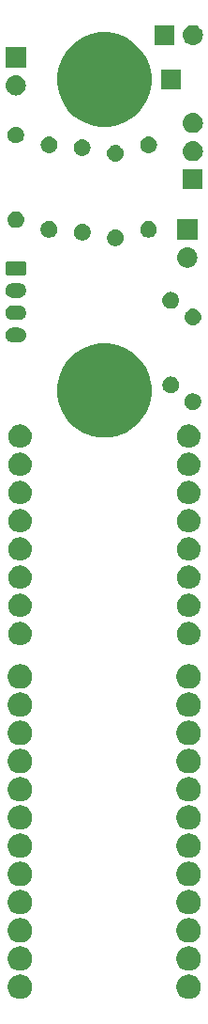
<source format=gbr>
G04 #@! TF.GenerationSoftware,KiCad,Pcbnew,5.1.2-f72e74a~84~ubuntu18.04.1*
G04 #@! TF.CreationDate,2019-08-23T19:05:58+08:00*
G04 #@! TF.ProjectId,handyfan,68616e64-7966-4616-9e2e-6b696361645f,rev?*
G04 #@! TF.SameCoordinates,Original*
G04 #@! TF.FileFunction,Soldermask,Bot*
G04 #@! TF.FilePolarity,Negative*
%FSLAX46Y46*%
G04 Gerber Fmt 4.6, Leading zero omitted, Abs format (unit mm)*
G04 Created by KiCad (PCBNEW 5.1.2-f72e74a~84~ubuntu18.04.1) date 2019-08-23 19:05:58*
%MOMM*%
%LPD*%
G04 APERTURE LIST*
%ADD10C,0.100000*%
G04 APERTURE END LIST*
D10*
G36*
X107834794Y-152620155D02*
G01*
X107941150Y-152641311D01*
X108141520Y-152724307D01*
X108321844Y-152844795D01*
X108475205Y-152998156D01*
X108595693Y-153178480D01*
X108678689Y-153378851D01*
X108721000Y-153591560D01*
X108721000Y-153808440D01*
X108678689Y-154021149D01*
X108595693Y-154221520D01*
X108475205Y-154401844D01*
X108321844Y-154555205D01*
X108141520Y-154675693D01*
X108041334Y-154717191D01*
X107941150Y-154758689D01*
X107834795Y-154779844D01*
X107728440Y-154801000D01*
X107511560Y-154801000D01*
X107405205Y-154779844D01*
X107298850Y-154758689D01*
X107198666Y-154717191D01*
X107098480Y-154675693D01*
X106918156Y-154555205D01*
X106764795Y-154401844D01*
X106644307Y-154221520D01*
X106561311Y-154021149D01*
X106519000Y-153808440D01*
X106519000Y-153591560D01*
X106561311Y-153378851D01*
X106644307Y-153178480D01*
X106764795Y-152998156D01*
X106918156Y-152844795D01*
X107098480Y-152724307D01*
X107298850Y-152641311D01*
X107405206Y-152620155D01*
X107511560Y-152599000D01*
X107728440Y-152599000D01*
X107834794Y-152620155D01*
X107834794Y-152620155D01*
G37*
G36*
X92594794Y-152620155D02*
G01*
X92701150Y-152641311D01*
X92901520Y-152724307D01*
X93081844Y-152844795D01*
X93235205Y-152998156D01*
X93355693Y-153178480D01*
X93438689Y-153378851D01*
X93481000Y-153591560D01*
X93481000Y-153808440D01*
X93438689Y-154021149D01*
X93355693Y-154221520D01*
X93235205Y-154401844D01*
X93081844Y-154555205D01*
X92901520Y-154675693D01*
X92801334Y-154717191D01*
X92701150Y-154758689D01*
X92594795Y-154779844D01*
X92488440Y-154801000D01*
X92271560Y-154801000D01*
X92165205Y-154779844D01*
X92058850Y-154758689D01*
X91958666Y-154717191D01*
X91858480Y-154675693D01*
X91678156Y-154555205D01*
X91524795Y-154401844D01*
X91404307Y-154221520D01*
X91321311Y-154021149D01*
X91279000Y-153808440D01*
X91279000Y-153591560D01*
X91321311Y-153378851D01*
X91404307Y-153178480D01*
X91524795Y-152998156D01*
X91678156Y-152844795D01*
X91858480Y-152724307D01*
X92058850Y-152641311D01*
X92165206Y-152620155D01*
X92271560Y-152599000D01*
X92488440Y-152599000D01*
X92594794Y-152620155D01*
X92594794Y-152620155D01*
G37*
G36*
X107834795Y-150080156D02*
G01*
X107941150Y-150101311D01*
X108141520Y-150184307D01*
X108321844Y-150304795D01*
X108475205Y-150458156D01*
X108595693Y-150638480D01*
X108678689Y-150838851D01*
X108721000Y-151051560D01*
X108721000Y-151268440D01*
X108678689Y-151481149D01*
X108595693Y-151681520D01*
X108475205Y-151861844D01*
X108321844Y-152015205D01*
X108141520Y-152135693D01*
X108041334Y-152177191D01*
X107941150Y-152218689D01*
X107834794Y-152239845D01*
X107728440Y-152261000D01*
X107511560Y-152261000D01*
X107405206Y-152239845D01*
X107298850Y-152218689D01*
X107198666Y-152177191D01*
X107098480Y-152135693D01*
X106918156Y-152015205D01*
X106764795Y-151861844D01*
X106644307Y-151681520D01*
X106561311Y-151481149D01*
X106519000Y-151268440D01*
X106519000Y-151051560D01*
X106561311Y-150838851D01*
X106644307Y-150638480D01*
X106764795Y-150458156D01*
X106918156Y-150304795D01*
X107098480Y-150184307D01*
X107298850Y-150101311D01*
X107405205Y-150080156D01*
X107511560Y-150059000D01*
X107728440Y-150059000D01*
X107834795Y-150080156D01*
X107834795Y-150080156D01*
G37*
G36*
X92594795Y-150080156D02*
G01*
X92701150Y-150101311D01*
X92901520Y-150184307D01*
X93081844Y-150304795D01*
X93235205Y-150458156D01*
X93355693Y-150638480D01*
X93438689Y-150838851D01*
X93481000Y-151051560D01*
X93481000Y-151268440D01*
X93438689Y-151481149D01*
X93355693Y-151681520D01*
X93235205Y-151861844D01*
X93081844Y-152015205D01*
X92901520Y-152135693D01*
X92801334Y-152177191D01*
X92701150Y-152218689D01*
X92594794Y-152239845D01*
X92488440Y-152261000D01*
X92271560Y-152261000D01*
X92165206Y-152239845D01*
X92058850Y-152218689D01*
X91958666Y-152177191D01*
X91858480Y-152135693D01*
X91678156Y-152015205D01*
X91524795Y-151861844D01*
X91404307Y-151681520D01*
X91321311Y-151481149D01*
X91279000Y-151268440D01*
X91279000Y-151051560D01*
X91321311Y-150838851D01*
X91404307Y-150638480D01*
X91524795Y-150458156D01*
X91678156Y-150304795D01*
X91858480Y-150184307D01*
X92058850Y-150101311D01*
X92165205Y-150080156D01*
X92271560Y-150059000D01*
X92488440Y-150059000D01*
X92594795Y-150080156D01*
X92594795Y-150080156D01*
G37*
G36*
X107834795Y-147540156D02*
G01*
X107941150Y-147561311D01*
X108041334Y-147602809D01*
X108141520Y-147644307D01*
X108321844Y-147764795D01*
X108475205Y-147918156D01*
X108595693Y-148098480D01*
X108678689Y-148298851D01*
X108721000Y-148511560D01*
X108721000Y-148728440D01*
X108678689Y-148941149D01*
X108595693Y-149141520D01*
X108475205Y-149321844D01*
X108321844Y-149475205D01*
X108141520Y-149595693D01*
X107941150Y-149678689D01*
X107834794Y-149699845D01*
X107728440Y-149721000D01*
X107511560Y-149721000D01*
X107405206Y-149699845D01*
X107298850Y-149678689D01*
X107098480Y-149595693D01*
X106918156Y-149475205D01*
X106764795Y-149321844D01*
X106644307Y-149141520D01*
X106561311Y-148941149D01*
X106519000Y-148728440D01*
X106519000Y-148511560D01*
X106561311Y-148298851D01*
X106644307Y-148098480D01*
X106764795Y-147918156D01*
X106918156Y-147764795D01*
X107098480Y-147644307D01*
X107198666Y-147602809D01*
X107298850Y-147561311D01*
X107405205Y-147540156D01*
X107511560Y-147519000D01*
X107728440Y-147519000D01*
X107834795Y-147540156D01*
X107834795Y-147540156D01*
G37*
G36*
X92594795Y-147540156D02*
G01*
X92701150Y-147561311D01*
X92801334Y-147602809D01*
X92901520Y-147644307D01*
X93081844Y-147764795D01*
X93235205Y-147918156D01*
X93355693Y-148098480D01*
X93438689Y-148298851D01*
X93481000Y-148511560D01*
X93481000Y-148728440D01*
X93438689Y-148941149D01*
X93355693Y-149141520D01*
X93235205Y-149321844D01*
X93081844Y-149475205D01*
X92901520Y-149595693D01*
X92701150Y-149678689D01*
X92594794Y-149699845D01*
X92488440Y-149721000D01*
X92271560Y-149721000D01*
X92165206Y-149699845D01*
X92058850Y-149678689D01*
X91858480Y-149595693D01*
X91678156Y-149475205D01*
X91524795Y-149321844D01*
X91404307Y-149141520D01*
X91321311Y-148941149D01*
X91279000Y-148728440D01*
X91279000Y-148511560D01*
X91321311Y-148298851D01*
X91404307Y-148098480D01*
X91524795Y-147918156D01*
X91678156Y-147764795D01*
X91858480Y-147644307D01*
X91958666Y-147602809D01*
X92058850Y-147561311D01*
X92165205Y-147540156D01*
X92271560Y-147519000D01*
X92488440Y-147519000D01*
X92594795Y-147540156D01*
X92594795Y-147540156D01*
G37*
G36*
X107834794Y-145000155D02*
G01*
X107941150Y-145021311D01*
X108141520Y-145104307D01*
X108321844Y-145224795D01*
X108475205Y-145378156D01*
X108595693Y-145558480D01*
X108678689Y-145758851D01*
X108721000Y-145971560D01*
X108721000Y-146188440D01*
X108678689Y-146401149D01*
X108595693Y-146601520D01*
X108475205Y-146781844D01*
X108321844Y-146935205D01*
X108141520Y-147055693D01*
X108041334Y-147097191D01*
X107941150Y-147138689D01*
X107834795Y-147159844D01*
X107728440Y-147181000D01*
X107511560Y-147181000D01*
X107405205Y-147159844D01*
X107298850Y-147138689D01*
X107198666Y-147097191D01*
X107098480Y-147055693D01*
X106918156Y-146935205D01*
X106764795Y-146781844D01*
X106644307Y-146601520D01*
X106561311Y-146401149D01*
X106519000Y-146188440D01*
X106519000Y-145971560D01*
X106561311Y-145758851D01*
X106644307Y-145558480D01*
X106764795Y-145378156D01*
X106918156Y-145224795D01*
X107098480Y-145104307D01*
X107298850Y-145021311D01*
X107405206Y-145000155D01*
X107511560Y-144979000D01*
X107728440Y-144979000D01*
X107834794Y-145000155D01*
X107834794Y-145000155D01*
G37*
G36*
X92594794Y-145000155D02*
G01*
X92701150Y-145021311D01*
X92901520Y-145104307D01*
X93081844Y-145224795D01*
X93235205Y-145378156D01*
X93355693Y-145558480D01*
X93438689Y-145758851D01*
X93481000Y-145971560D01*
X93481000Y-146188440D01*
X93438689Y-146401149D01*
X93355693Y-146601520D01*
X93235205Y-146781844D01*
X93081844Y-146935205D01*
X92901520Y-147055693D01*
X92801334Y-147097191D01*
X92701150Y-147138689D01*
X92594795Y-147159844D01*
X92488440Y-147181000D01*
X92271560Y-147181000D01*
X92165205Y-147159844D01*
X92058850Y-147138689D01*
X91958666Y-147097191D01*
X91858480Y-147055693D01*
X91678156Y-146935205D01*
X91524795Y-146781844D01*
X91404307Y-146601520D01*
X91321311Y-146401149D01*
X91279000Y-146188440D01*
X91279000Y-145971560D01*
X91321311Y-145758851D01*
X91404307Y-145558480D01*
X91524795Y-145378156D01*
X91678156Y-145224795D01*
X91858480Y-145104307D01*
X92058850Y-145021311D01*
X92165206Y-145000155D01*
X92271560Y-144979000D01*
X92488440Y-144979000D01*
X92594794Y-145000155D01*
X92594794Y-145000155D01*
G37*
G36*
X92594795Y-142460156D02*
G01*
X92701150Y-142481311D01*
X92801334Y-142522809D01*
X92901520Y-142564307D01*
X93081844Y-142684795D01*
X93235205Y-142838156D01*
X93355693Y-143018480D01*
X93438689Y-143218851D01*
X93481000Y-143431560D01*
X93481000Y-143648440D01*
X93438689Y-143861149D01*
X93355693Y-144061520D01*
X93235205Y-144241844D01*
X93081844Y-144395205D01*
X92901520Y-144515693D01*
X92701150Y-144598689D01*
X92594794Y-144619845D01*
X92488440Y-144641000D01*
X92271560Y-144641000D01*
X92165206Y-144619845D01*
X92058850Y-144598689D01*
X91858480Y-144515693D01*
X91678156Y-144395205D01*
X91524795Y-144241844D01*
X91404307Y-144061520D01*
X91321311Y-143861149D01*
X91279000Y-143648440D01*
X91279000Y-143431560D01*
X91321311Y-143218851D01*
X91404307Y-143018480D01*
X91524795Y-142838156D01*
X91678156Y-142684795D01*
X91858480Y-142564307D01*
X91958666Y-142522809D01*
X92058850Y-142481311D01*
X92165205Y-142460156D01*
X92271560Y-142439000D01*
X92488440Y-142439000D01*
X92594795Y-142460156D01*
X92594795Y-142460156D01*
G37*
G36*
X107834795Y-142460156D02*
G01*
X107941150Y-142481311D01*
X108041334Y-142522809D01*
X108141520Y-142564307D01*
X108321844Y-142684795D01*
X108475205Y-142838156D01*
X108595693Y-143018480D01*
X108678689Y-143218851D01*
X108721000Y-143431560D01*
X108721000Y-143648440D01*
X108678689Y-143861149D01*
X108595693Y-144061520D01*
X108475205Y-144241844D01*
X108321844Y-144395205D01*
X108141520Y-144515693D01*
X107941150Y-144598689D01*
X107834794Y-144619845D01*
X107728440Y-144641000D01*
X107511560Y-144641000D01*
X107405206Y-144619845D01*
X107298850Y-144598689D01*
X107098480Y-144515693D01*
X106918156Y-144395205D01*
X106764795Y-144241844D01*
X106644307Y-144061520D01*
X106561311Y-143861149D01*
X106519000Y-143648440D01*
X106519000Y-143431560D01*
X106561311Y-143218851D01*
X106644307Y-143018480D01*
X106764795Y-142838156D01*
X106918156Y-142684795D01*
X107098480Y-142564307D01*
X107198666Y-142522809D01*
X107298850Y-142481311D01*
X107405205Y-142460156D01*
X107511560Y-142439000D01*
X107728440Y-142439000D01*
X107834795Y-142460156D01*
X107834795Y-142460156D01*
G37*
G36*
X92594795Y-139920156D02*
G01*
X92701150Y-139941311D01*
X92901520Y-140024307D01*
X93081844Y-140144795D01*
X93235205Y-140298156D01*
X93355693Y-140478480D01*
X93438689Y-140678851D01*
X93481000Y-140891560D01*
X93481000Y-141108440D01*
X93438689Y-141321149D01*
X93355693Y-141521520D01*
X93235205Y-141701844D01*
X93081844Y-141855205D01*
X92901520Y-141975693D01*
X92801334Y-142017191D01*
X92701150Y-142058689D01*
X92594795Y-142079844D01*
X92488440Y-142101000D01*
X92271560Y-142101000D01*
X92165205Y-142079844D01*
X92058850Y-142058689D01*
X91958666Y-142017191D01*
X91858480Y-141975693D01*
X91678156Y-141855205D01*
X91524795Y-141701844D01*
X91404307Y-141521520D01*
X91321311Y-141321149D01*
X91279000Y-141108440D01*
X91279000Y-140891560D01*
X91321311Y-140678851D01*
X91404307Y-140478480D01*
X91524795Y-140298156D01*
X91678156Y-140144795D01*
X91858480Y-140024307D01*
X92058850Y-139941311D01*
X92165205Y-139920156D01*
X92271560Y-139899000D01*
X92488440Y-139899000D01*
X92594795Y-139920156D01*
X92594795Y-139920156D01*
G37*
G36*
X107834795Y-139920156D02*
G01*
X107941150Y-139941311D01*
X108141520Y-140024307D01*
X108321844Y-140144795D01*
X108475205Y-140298156D01*
X108595693Y-140478480D01*
X108678689Y-140678851D01*
X108721000Y-140891560D01*
X108721000Y-141108440D01*
X108678689Y-141321149D01*
X108595693Y-141521520D01*
X108475205Y-141701844D01*
X108321844Y-141855205D01*
X108141520Y-141975693D01*
X108041334Y-142017191D01*
X107941150Y-142058689D01*
X107834795Y-142079844D01*
X107728440Y-142101000D01*
X107511560Y-142101000D01*
X107405205Y-142079844D01*
X107298850Y-142058689D01*
X107198666Y-142017191D01*
X107098480Y-141975693D01*
X106918156Y-141855205D01*
X106764795Y-141701844D01*
X106644307Y-141521520D01*
X106561311Y-141321149D01*
X106519000Y-141108440D01*
X106519000Y-140891560D01*
X106561311Y-140678851D01*
X106644307Y-140478480D01*
X106764795Y-140298156D01*
X106918156Y-140144795D01*
X107098480Y-140024307D01*
X107298850Y-139941311D01*
X107405205Y-139920156D01*
X107511560Y-139899000D01*
X107728440Y-139899000D01*
X107834795Y-139920156D01*
X107834795Y-139920156D01*
G37*
G36*
X107834794Y-137380155D02*
G01*
X107941150Y-137401311D01*
X108141520Y-137484307D01*
X108321844Y-137604795D01*
X108475205Y-137758156D01*
X108595693Y-137938480D01*
X108678689Y-138138851D01*
X108721000Y-138351560D01*
X108721000Y-138568440D01*
X108678689Y-138781149D01*
X108595693Y-138981520D01*
X108475205Y-139161844D01*
X108321844Y-139315205D01*
X108141520Y-139435693D01*
X108041334Y-139477191D01*
X107941150Y-139518689D01*
X107834795Y-139539844D01*
X107728440Y-139561000D01*
X107511560Y-139561000D01*
X107405205Y-139539844D01*
X107298850Y-139518689D01*
X107198666Y-139477191D01*
X107098480Y-139435693D01*
X106918156Y-139315205D01*
X106764795Y-139161844D01*
X106644307Y-138981520D01*
X106561311Y-138781149D01*
X106519000Y-138568440D01*
X106519000Y-138351560D01*
X106561311Y-138138851D01*
X106644307Y-137938480D01*
X106764795Y-137758156D01*
X106918156Y-137604795D01*
X107098480Y-137484307D01*
X107298850Y-137401311D01*
X107405206Y-137380155D01*
X107511560Y-137359000D01*
X107728440Y-137359000D01*
X107834794Y-137380155D01*
X107834794Y-137380155D01*
G37*
G36*
X92594794Y-137380155D02*
G01*
X92701150Y-137401311D01*
X92901520Y-137484307D01*
X93081844Y-137604795D01*
X93235205Y-137758156D01*
X93355693Y-137938480D01*
X93438689Y-138138851D01*
X93481000Y-138351560D01*
X93481000Y-138568440D01*
X93438689Y-138781149D01*
X93355693Y-138981520D01*
X93235205Y-139161844D01*
X93081844Y-139315205D01*
X92901520Y-139435693D01*
X92801334Y-139477191D01*
X92701150Y-139518689D01*
X92594795Y-139539844D01*
X92488440Y-139561000D01*
X92271560Y-139561000D01*
X92165205Y-139539844D01*
X92058850Y-139518689D01*
X91958666Y-139477191D01*
X91858480Y-139435693D01*
X91678156Y-139315205D01*
X91524795Y-139161844D01*
X91404307Y-138981520D01*
X91321311Y-138781149D01*
X91279000Y-138568440D01*
X91279000Y-138351560D01*
X91321311Y-138138851D01*
X91404307Y-137938480D01*
X91524795Y-137758156D01*
X91678156Y-137604795D01*
X91858480Y-137484307D01*
X92058850Y-137401311D01*
X92165206Y-137380155D01*
X92271560Y-137359000D01*
X92488440Y-137359000D01*
X92594794Y-137380155D01*
X92594794Y-137380155D01*
G37*
G36*
X107834795Y-134840156D02*
G01*
X107941150Y-134861311D01*
X108141520Y-134944307D01*
X108321844Y-135064795D01*
X108475205Y-135218156D01*
X108595693Y-135398480D01*
X108678689Y-135598851D01*
X108721000Y-135811560D01*
X108721000Y-136028440D01*
X108678689Y-136241149D01*
X108595693Y-136441520D01*
X108475205Y-136621844D01*
X108321844Y-136775205D01*
X108141520Y-136895693D01*
X108041334Y-136937191D01*
X107941150Y-136978689D01*
X107834794Y-136999845D01*
X107728440Y-137021000D01*
X107511560Y-137021000D01*
X107405206Y-136999845D01*
X107298850Y-136978689D01*
X107198666Y-136937191D01*
X107098480Y-136895693D01*
X106918156Y-136775205D01*
X106764795Y-136621844D01*
X106644307Y-136441520D01*
X106561311Y-136241149D01*
X106519000Y-136028440D01*
X106519000Y-135811560D01*
X106561311Y-135598851D01*
X106644307Y-135398480D01*
X106764795Y-135218156D01*
X106918156Y-135064795D01*
X107098480Y-134944307D01*
X107298850Y-134861311D01*
X107405205Y-134840156D01*
X107511560Y-134819000D01*
X107728440Y-134819000D01*
X107834795Y-134840156D01*
X107834795Y-134840156D01*
G37*
G36*
X92594795Y-134840156D02*
G01*
X92701150Y-134861311D01*
X92901520Y-134944307D01*
X93081844Y-135064795D01*
X93235205Y-135218156D01*
X93355693Y-135398480D01*
X93438689Y-135598851D01*
X93481000Y-135811560D01*
X93481000Y-136028440D01*
X93438689Y-136241149D01*
X93355693Y-136441520D01*
X93235205Y-136621844D01*
X93081844Y-136775205D01*
X92901520Y-136895693D01*
X92801334Y-136937191D01*
X92701150Y-136978689D01*
X92594794Y-136999845D01*
X92488440Y-137021000D01*
X92271560Y-137021000D01*
X92165206Y-136999845D01*
X92058850Y-136978689D01*
X91958666Y-136937191D01*
X91858480Y-136895693D01*
X91678156Y-136775205D01*
X91524795Y-136621844D01*
X91404307Y-136441520D01*
X91321311Y-136241149D01*
X91279000Y-136028440D01*
X91279000Y-135811560D01*
X91321311Y-135598851D01*
X91404307Y-135398480D01*
X91524795Y-135218156D01*
X91678156Y-135064795D01*
X91858480Y-134944307D01*
X92058850Y-134861311D01*
X92165205Y-134840156D01*
X92271560Y-134819000D01*
X92488440Y-134819000D01*
X92594795Y-134840156D01*
X92594795Y-134840156D01*
G37*
G36*
X107834795Y-132300156D02*
G01*
X107941150Y-132321311D01*
X108041334Y-132362809D01*
X108141520Y-132404307D01*
X108321844Y-132524795D01*
X108475205Y-132678156D01*
X108595693Y-132858480D01*
X108678689Y-133058851D01*
X108721000Y-133271560D01*
X108721000Y-133488440D01*
X108678689Y-133701149D01*
X108595693Y-133901520D01*
X108475205Y-134081844D01*
X108321844Y-134235205D01*
X108141520Y-134355693D01*
X107941150Y-134438689D01*
X107834795Y-134459844D01*
X107728440Y-134481000D01*
X107511560Y-134481000D01*
X107405205Y-134459844D01*
X107298850Y-134438689D01*
X107098480Y-134355693D01*
X106918156Y-134235205D01*
X106764795Y-134081844D01*
X106644307Y-133901520D01*
X106561311Y-133701149D01*
X106519000Y-133488440D01*
X106519000Y-133271560D01*
X106561311Y-133058851D01*
X106644307Y-132858480D01*
X106764795Y-132678156D01*
X106918156Y-132524795D01*
X107098480Y-132404307D01*
X107198666Y-132362809D01*
X107298850Y-132321311D01*
X107405205Y-132300156D01*
X107511560Y-132279000D01*
X107728440Y-132279000D01*
X107834795Y-132300156D01*
X107834795Y-132300156D01*
G37*
G36*
X92594795Y-132300156D02*
G01*
X92701150Y-132321311D01*
X92801334Y-132362809D01*
X92901520Y-132404307D01*
X93081844Y-132524795D01*
X93235205Y-132678156D01*
X93355693Y-132858480D01*
X93438689Y-133058851D01*
X93481000Y-133271560D01*
X93481000Y-133488440D01*
X93438689Y-133701149D01*
X93355693Y-133901520D01*
X93235205Y-134081844D01*
X93081844Y-134235205D01*
X92901520Y-134355693D01*
X92701150Y-134438689D01*
X92594795Y-134459844D01*
X92488440Y-134481000D01*
X92271560Y-134481000D01*
X92165205Y-134459844D01*
X92058850Y-134438689D01*
X91858480Y-134355693D01*
X91678156Y-134235205D01*
X91524795Y-134081844D01*
X91404307Y-133901520D01*
X91321311Y-133701149D01*
X91279000Y-133488440D01*
X91279000Y-133271560D01*
X91321311Y-133058851D01*
X91404307Y-132858480D01*
X91524795Y-132678156D01*
X91678156Y-132524795D01*
X91858480Y-132404307D01*
X91958666Y-132362809D01*
X92058850Y-132321311D01*
X92165205Y-132300156D01*
X92271560Y-132279000D01*
X92488440Y-132279000D01*
X92594795Y-132300156D01*
X92594795Y-132300156D01*
G37*
G36*
X107834795Y-129760156D02*
G01*
X107941150Y-129781311D01*
X108041334Y-129822809D01*
X108141520Y-129864307D01*
X108321844Y-129984795D01*
X108475205Y-130138156D01*
X108595693Y-130318480D01*
X108678689Y-130518851D01*
X108721000Y-130731560D01*
X108721000Y-130948440D01*
X108678689Y-131161149D01*
X108595693Y-131361520D01*
X108475205Y-131541844D01*
X108321844Y-131695205D01*
X108141520Y-131815693D01*
X107941150Y-131898689D01*
X107834794Y-131919845D01*
X107728440Y-131941000D01*
X107511560Y-131941000D01*
X107405206Y-131919845D01*
X107298850Y-131898689D01*
X107098480Y-131815693D01*
X106918156Y-131695205D01*
X106764795Y-131541844D01*
X106644307Y-131361520D01*
X106561311Y-131161149D01*
X106519000Y-130948440D01*
X106519000Y-130731560D01*
X106561311Y-130518851D01*
X106644307Y-130318480D01*
X106764795Y-130138156D01*
X106918156Y-129984795D01*
X107098480Y-129864307D01*
X107198666Y-129822809D01*
X107298850Y-129781311D01*
X107405205Y-129760156D01*
X107511560Y-129739000D01*
X107728440Y-129739000D01*
X107834795Y-129760156D01*
X107834795Y-129760156D01*
G37*
G36*
X92594795Y-129760156D02*
G01*
X92701150Y-129781311D01*
X92801334Y-129822809D01*
X92901520Y-129864307D01*
X93081844Y-129984795D01*
X93235205Y-130138156D01*
X93355693Y-130318480D01*
X93438689Y-130518851D01*
X93481000Y-130731560D01*
X93481000Y-130948440D01*
X93438689Y-131161149D01*
X93355693Y-131361520D01*
X93235205Y-131541844D01*
X93081844Y-131695205D01*
X92901520Y-131815693D01*
X92701150Y-131898689D01*
X92594794Y-131919845D01*
X92488440Y-131941000D01*
X92271560Y-131941000D01*
X92165206Y-131919845D01*
X92058850Y-131898689D01*
X91858480Y-131815693D01*
X91678156Y-131695205D01*
X91524795Y-131541844D01*
X91404307Y-131361520D01*
X91321311Y-131161149D01*
X91279000Y-130948440D01*
X91279000Y-130731560D01*
X91321311Y-130518851D01*
X91404307Y-130318480D01*
X91524795Y-130138156D01*
X91678156Y-129984795D01*
X91858480Y-129864307D01*
X91958666Y-129822809D01*
X92058850Y-129781311D01*
X92165205Y-129760156D01*
X92271560Y-129739000D01*
X92488440Y-129739000D01*
X92594795Y-129760156D01*
X92594795Y-129760156D01*
G37*
G36*
X107834794Y-127220155D02*
G01*
X107941150Y-127241311D01*
X108141520Y-127324307D01*
X108321844Y-127444795D01*
X108475205Y-127598156D01*
X108595693Y-127778480D01*
X108678689Y-127978851D01*
X108721000Y-128191560D01*
X108721000Y-128408440D01*
X108678689Y-128621149D01*
X108595693Y-128821520D01*
X108475205Y-129001844D01*
X108321844Y-129155205D01*
X108141520Y-129275693D01*
X108041334Y-129317191D01*
X107941150Y-129358689D01*
X107834795Y-129379844D01*
X107728440Y-129401000D01*
X107511560Y-129401000D01*
X107405205Y-129379844D01*
X107298850Y-129358689D01*
X107198666Y-129317191D01*
X107098480Y-129275693D01*
X106918156Y-129155205D01*
X106764795Y-129001844D01*
X106644307Y-128821520D01*
X106561311Y-128621149D01*
X106519000Y-128408440D01*
X106519000Y-128191560D01*
X106561311Y-127978851D01*
X106644307Y-127778480D01*
X106764795Y-127598156D01*
X106918156Y-127444795D01*
X107098480Y-127324307D01*
X107298850Y-127241311D01*
X107405206Y-127220155D01*
X107511560Y-127199000D01*
X107728440Y-127199000D01*
X107834794Y-127220155D01*
X107834794Y-127220155D01*
G37*
G36*
X92594794Y-127220155D02*
G01*
X92701150Y-127241311D01*
X92901520Y-127324307D01*
X93081844Y-127444795D01*
X93235205Y-127598156D01*
X93355693Y-127778480D01*
X93438689Y-127978851D01*
X93481000Y-128191560D01*
X93481000Y-128408440D01*
X93438689Y-128621149D01*
X93355693Y-128821520D01*
X93235205Y-129001844D01*
X93081844Y-129155205D01*
X92901520Y-129275693D01*
X92801334Y-129317191D01*
X92701150Y-129358689D01*
X92594795Y-129379844D01*
X92488440Y-129401000D01*
X92271560Y-129401000D01*
X92165205Y-129379844D01*
X92058850Y-129358689D01*
X91958666Y-129317191D01*
X91858480Y-129275693D01*
X91678156Y-129155205D01*
X91524795Y-129001844D01*
X91404307Y-128821520D01*
X91321311Y-128621149D01*
X91279000Y-128408440D01*
X91279000Y-128191560D01*
X91321311Y-127978851D01*
X91404307Y-127778480D01*
X91524795Y-127598156D01*
X91678156Y-127444795D01*
X91858480Y-127324307D01*
X92058850Y-127241311D01*
X92165206Y-127220155D01*
X92271560Y-127199000D01*
X92488440Y-127199000D01*
X92594794Y-127220155D01*
X92594794Y-127220155D01*
G37*
G36*
X107834794Y-124680155D02*
G01*
X107941150Y-124701311D01*
X108041334Y-124742809D01*
X108141520Y-124784307D01*
X108321844Y-124904795D01*
X108475205Y-125058156D01*
X108595693Y-125238480D01*
X108678689Y-125438851D01*
X108721000Y-125651560D01*
X108721000Y-125868440D01*
X108678689Y-126081149D01*
X108595693Y-126281520D01*
X108475205Y-126461844D01*
X108321844Y-126615205D01*
X108141520Y-126735693D01*
X107941150Y-126818689D01*
X107834795Y-126839844D01*
X107728440Y-126861000D01*
X107511560Y-126861000D01*
X107405205Y-126839844D01*
X107298850Y-126818689D01*
X107098480Y-126735693D01*
X106918156Y-126615205D01*
X106764795Y-126461844D01*
X106644307Y-126281520D01*
X106561311Y-126081149D01*
X106519000Y-125868440D01*
X106519000Y-125651560D01*
X106561311Y-125438851D01*
X106644307Y-125238480D01*
X106764795Y-125058156D01*
X106918156Y-124904795D01*
X107098480Y-124784307D01*
X107198666Y-124742809D01*
X107298850Y-124701311D01*
X107405206Y-124680155D01*
X107511560Y-124659000D01*
X107728440Y-124659000D01*
X107834794Y-124680155D01*
X107834794Y-124680155D01*
G37*
G36*
X92594794Y-124680155D02*
G01*
X92701150Y-124701311D01*
X92801334Y-124742809D01*
X92901520Y-124784307D01*
X93081844Y-124904795D01*
X93235205Y-125058156D01*
X93355693Y-125238480D01*
X93438689Y-125438851D01*
X93481000Y-125651560D01*
X93481000Y-125868440D01*
X93438689Y-126081149D01*
X93355693Y-126281520D01*
X93235205Y-126461844D01*
X93081844Y-126615205D01*
X92901520Y-126735693D01*
X92701150Y-126818689D01*
X92594795Y-126839844D01*
X92488440Y-126861000D01*
X92271560Y-126861000D01*
X92165205Y-126839844D01*
X92058850Y-126818689D01*
X91858480Y-126735693D01*
X91678156Y-126615205D01*
X91524795Y-126461844D01*
X91404307Y-126281520D01*
X91321311Y-126081149D01*
X91279000Y-125868440D01*
X91279000Y-125651560D01*
X91321311Y-125438851D01*
X91404307Y-125238480D01*
X91524795Y-125058156D01*
X91678156Y-124904795D01*
X91858480Y-124784307D01*
X91958666Y-124742809D01*
X92058850Y-124701311D01*
X92165206Y-124680155D01*
X92271560Y-124659000D01*
X92488440Y-124659000D01*
X92594794Y-124680155D01*
X92594794Y-124680155D01*
G37*
G36*
X92483097Y-120844069D02*
G01*
X92586032Y-120854207D01*
X92784146Y-120914305D01*
X92784149Y-120914306D01*
X92880975Y-120966061D01*
X92966729Y-121011897D01*
X93126765Y-121143235D01*
X93258103Y-121303271D01*
X93303939Y-121389025D01*
X93355694Y-121485851D01*
X93355695Y-121485854D01*
X93415793Y-121683968D01*
X93436085Y-121890000D01*
X93415793Y-122096032D01*
X93355695Y-122294146D01*
X93355694Y-122294149D01*
X93303939Y-122390975D01*
X93258103Y-122476729D01*
X93126765Y-122636765D01*
X92966729Y-122768103D01*
X92880975Y-122813939D01*
X92784149Y-122865694D01*
X92784146Y-122865695D01*
X92586032Y-122925793D01*
X92483097Y-122935931D01*
X92431631Y-122941000D01*
X92328369Y-122941000D01*
X92276903Y-122935931D01*
X92173968Y-122925793D01*
X91975854Y-122865695D01*
X91975851Y-122865694D01*
X91879025Y-122813939D01*
X91793271Y-122768103D01*
X91633235Y-122636765D01*
X91501897Y-122476729D01*
X91456061Y-122390975D01*
X91404306Y-122294149D01*
X91404305Y-122294146D01*
X91344207Y-122096032D01*
X91323915Y-121890000D01*
X91344207Y-121683968D01*
X91404305Y-121485854D01*
X91404306Y-121485851D01*
X91456061Y-121389025D01*
X91501897Y-121303271D01*
X91633235Y-121143235D01*
X91793271Y-121011897D01*
X91879025Y-120966061D01*
X91975851Y-120914306D01*
X91975854Y-120914305D01*
X92173968Y-120854207D01*
X92276903Y-120844069D01*
X92328369Y-120839000D01*
X92431631Y-120839000D01*
X92483097Y-120844069D01*
X92483097Y-120844069D01*
G37*
G36*
X107723097Y-120844069D02*
G01*
X107826032Y-120854207D01*
X108024146Y-120914305D01*
X108024149Y-120914306D01*
X108120975Y-120966061D01*
X108206729Y-121011897D01*
X108366765Y-121143235D01*
X108498103Y-121303271D01*
X108543939Y-121389025D01*
X108595694Y-121485851D01*
X108595695Y-121485854D01*
X108655793Y-121683968D01*
X108676085Y-121890000D01*
X108655793Y-122096032D01*
X108595695Y-122294146D01*
X108595694Y-122294149D01*
X108543939Y-122390975D01*
X108498103Y-122476729D01*
X108366765Y-122636765D01*
X108206729Y-122768103D01*
X108120975Y-122813939D01*
X108024149Y-122865694D01*
X108024146Y-122865695D01*
X107826032Y-122925793D01*
X107723097Y-122935931D01*
X107671631Y-122941000D01*
X107568369Y-122941000D01*
X107516903Y-122935931D01*
X107413968Y-122925793D01*
X107215854Y-122865695D01*
X107215851Y-122865694D01*
X107119025Y-122813939D01*
X107033271Y-122768103D01*
X106873235Y-122636765D01*
X106741897Y-122476729D01*
X106696061Y-122390975D01*
X106644306Y-122294149D01*
X106644305Y-122294146D01*
X106584207Y-122096032D01*
X106563915Y-121890000D01*
X106584207Y-121683968D01*
X106644305Y-121485854D01*
X106644306Y-121485851D01*
X106696061Y-121389025D01*
X106741897Y-121303271D01*
X106873235Y-121143235D01*
X107033271Y-121011897D01*
X107119025Y-120966061D01*
X107215851Y-120914306D01*
X107215854Y-120914305D01*
X107413968Y-120854207D01*
X107516903Y-120844069D01*
X107568369Y-120839000D01*
X107671631Y-120839000D01*
X107723097Y-120844069D01*
X107723097Y-120844069D01*
G37*
G36*
X107723097Y-118304069D02*
G01*
X107826032Y-118314207D01*
X108024146Y-118374305D01*
X108024149Y-118374306D01*
X108120975Y-118426061D01*
X108206729Y-118471897D01*
X108366765Y-118603235D01*
X108498103Y-118763271D01*
X108543939Y-118849025D01*
X108595694Y-118945851D01*
X108595695Y-118945854D01*
X108655793Y-119143968D01*
X108676085Y-119350000D01*
X108655793Y-119556032D01*
X108595695Y-119754146D01*
X108595694Y-119754149D01*
X108543939Y-119850975D01*
X108498103Y-119936729D01*
X108366765Y-120096765D01*
X108206729Y-120228103D01*
X108120975Y-120273939D01*
X108024149Y-120325694D01*
X108024146Y-120325695D01*
X107826032Y-120385793D01*
X107723097Y-120395931D01*
X107671631Y-120401000D01*
X107568369Y-120401000D01*
X107516903Y-120395931D01*
X107413968Y-120385793D01*
X107215854Y-120325695D01*
X107215851Y-120325694D01*
X107119025Y-120273939D01*
X107033271Y-120228103D01*
X106873235Y-120096765D01*
X106741897Y-119936729D01*
X106696061Y-119850975D01*
X106644306Y-119754149D01*
X106644305Y-119754146D01*
X106584207Y-119556032D01*
X106563915Y-119350000D01*
X106584207Y-119143968D01*
X106644305Y-118945854D01*
X106644306Y-118945851D01*
X106696061Y-118849025D01*
X106741897Y-118763271D01*
X106873235Y-118603235D01*
X107033271Y-118471897D01*
X107119025Y-118426061D01*
X107215851Y-118374306D01*
X107215854Y-118374305D01*
X107413968Y-118314207D01*
X107516903Y-118304069D01*
X107568369Y-118299000D01*
X107671631Y-118299000D01*
X107723097Y-118304069D01*
X107723097Y-118304069D01*
G37*
G36*
X92483097Y-118304069D02*
G01*
X92586032Y-118314207D01*
X92784146Y-118374305D01*
X92784149Y-118374306D01*
X92880975Y-118426061D01*
X92966729Y-118471897D01*
X93126765Y-118603235D01*
X93258103Y-118763271D01*
X93303939Y-118849025D01*
X93355694Y-118945851D01*
X93355695Y-118945854D01*
X93415793Y-119143968D01*
X93436085Y-119350000D01*
X93415793Y-119556032D01*
X93355695Y-119754146D01*
X93355694Y-119754149D01*
X93303939Y-119850975D01*
X93258103Y-119936729D01*
X93126765Y-120096765D01*
X92966729Y-120228103D01*
X92880975Y-120273939D01*
X92784149Y-120325694D01*
X92784146Y-120325695D01*
X92586032Y-120385793D01*
X92483097Y-120395931D01*
X92431631Y-120401000D01*
X92328369Y-120401000D01*
X92276903Y-120395931D01*
X92173968Y-120385793D01*
X91975854Y-120325695D01*
X91975851Y-120325694D01*
X91879025Y-120273939D01*
X91793271Y-120228103D01*
X91633235Y-120096765D01*
X91501897Y-119936729D01*
X91456061Y-119850975D01*
X91404306Y-119754149D01*
X91404305Y-119754146D01*
X91344207Y-119556032D01*
X91323915Y-119350000D01*
X91344207Y-119143968D01*
X91404305Y-118945854D01*
X91404306Y-118945851D01*
X91456061Y-118849025D01*
X91501897Y-118763271D01*
X91633235Y-118603235D01*
X91793271Y-118471897D01*
X91879025Y-118426061D01*
X91975851Y-118374306D01*
X91975854Y-118374305D01*
X92173968Y-118314207D01*
X92276903Y-118304069D01*
X92328369Y-118299000D01*
X92431631Y-118299000D01*
X92483097Y-118304069D01*
X92483097Y-118304069D01*
G37*
G36*
X92483097Y-115764069D02*
G01*
X92586032Y-115774207D01*
X92784146Y-115834305D01*
X92784149Y-115834306D01*
X92880975Y-115886061D01*
X92966729Y-115931897D01*
X93126765Y-116063235D01*
X93258103Y-116223271D01*
X93303939Y-116309025D01*
X93355694Y-116405851D01*
X93355695Y-116405854D01*
X93415793Y-116603968D01*
X93436085Y-116810000D01*
X93415793Y-117016032D01*
X93355695Y-117214146D01*
X93355694Y-117214149D01*
X93303939Y-117310975D01*
X93258103Y-117396729D01*
X93126765Y-117556765D01*
X92966729Y-117688103D01*
X92880975Y-117733939D01*
X92784149Y-117785694D01*
X92784146Y-117785695D01*
X92586032Y-117845793D01*
X92483097Y-117855931D01*
X92431631Y-117861000D01*
X92328369Y-117861000D01*
X92276903Y-117855931D01*
X92173968Y-117845793D01*
X91975854Y-117785695D01*
X91975851Y-117785694D01*
X91879025Y-117733939D01*
X91793271Y-117688103D01*
X91633235Y-117556765D01*
X91501897Y-117396729D01*
X91456061Y-117310975D01*
X91404306Y-117214149D01*
X91404305Y-117214146D01*
X91344207Y-117016032D01*
X91323915Y-116810000D01*
X91344207Y-116603968D01*
X91404305Y-116405854D01*
X91404306Y-116405851D01*
X91456061Y-116309025D01*
X91501897Y-116223271D01*
X91633235Y-116063235D01*
X91793271Y-115931897D01*
X91879025Y-115886061D01*
X91975851Y-115834306D01*
X91975854Y-115834305D01*
X92173968Y-115774207D01*
X92276903Y-115764069D01*
X92328369Y-115759000D01*
X92431631Y-115759000D01*
X92483097Y-115764069D01*
X92483097Y-115764069D01*
G37*
G36*
X107723097Y-115764069D02*
G01*
X107826032Y-115774207D01*
X108024146Y-115834305D01*
X108024149Y-115834306D01*
X108120975Y-115886061D01*
X108206729Y-115931897D01*
X108366765Y-116063235D01*
X108498103Y-116223271D01*
X108543939Y-116309025D01*
X108595694Y-116405851D01*
X108595695Y-116405854D01*
X108655793Y-116603968D01*
X108676085Y-116810000D01*
X108655793Y-117016032D01*
X108595695Y-117214146D01*
X108595694Y-117214149D01*
X108543939Y-117310975D01*
X108498103Y-117396729D01*
X108366765Y-117556765D01*
X108206729Y-117688103D01*
X108120975Y-117733939D01*
X108024149Y-117785694D01*
X108024146Y-117785695D01*
X107826032Y-117845793D01*
X107723097Y-117855931D01*
X107671631Y-117861000D01*
X107568369Y-117861000D01*
X107516903Y-117855931D01*
X107413968Y-117845793D01*
X107215854Y-117785695D01*
X107215851Y-117785694D01*
X107119025Y-117733939D01*
X107033271Y-117688103D01*
X106873235Y-117556765D01*
X106741897Y-117396729D01*
X106696061Y-117310975D01*
X106644306Y-117214149D01*
X106644305Y-117214146D01*
X106584207Y-117016032D01*
X106563915Y-116810000D01*
X106584207Y-116603968D01*
X106644305Y-116405854D01*
X106644306Y-116405851D01*
X106696061Y-116309025D01*
X106741897Y-116223271D01*
X106873235Y-116063235D01*
X107033271Y-115931897D01*
X107119025Y-115886061D01*
X107215851Y-115834306D01*
X107215854Y-115834305D01*
X107413968Y-115774207D01*
X107516903Y-115764069D01*
X107568369Y-115759000D01*
X107671631Y-115759000D01*
X107723097Y-115764069D01*
X107723097Y-115764069D01*
G37*
G36*
X92483097Y-113224069D02*
G01*
X92586032Y-113234207D01*
X92784146Y-113294305D01*
X92784149Y-113294306D01*
X92880975Y-113346061D01*
X92966729Y-113391897D01*
X93126765Y-113523235D01*
X93258103Y-113683271D01*
X93303939Y-113769025D01*
X93355694Y-113865851D01*
X93355695Y-113865854D01*
X93415793Y-114063968D01*
X93436085Y-114270000D01*
X93415793Y-114476032D01*
X93355695Y-114674146D01*
X93355694Y-114674149D01*
X93303939Y-114770975D01*
X93258103Y-114856729D01*
X93126765Y-115016765D01*
X92966729Y-115148103D01*
X92880975Y-115193939D01*
X92784149Y-115245694D01*
X92784146Y-115245695D01*
X92586032Y-115305793D01*
X92483097Y-115315931D01*
X92431631Y-115321000D01*
X92328369Y-115321000D01*
X92276903Y-115315931D01*
X92173968Y-115305793D01*
X91975854Y-115245695D01*
X91975851Y-115245694D01*
X91879025Y-115193939D01*
X91793271Y-115148103D01*
X91633235Y-115016765D01*
X91501897Y-114856729D01*
X91456061Y-114770975D01*
X91404306Y-114674149D01*
X91404305Y-114674146D01*
X91344207Y-114476032D01*
X91323915Y-114270000D01*
X91344207Y-114063968D01*
X91404305Y-113865854D01*
X91404306Y-113865851D01*
X91456061Y-113769025D01*
X91501897Y-113683271D01*
X91633235Y-113523235D01*
X91793271Y-113391897D01*
X91879025Y-113346061D01*
X91975851Y-113294306D01*
X91975854Y-113294305D01*
X92173968Y-113234207D01*
X92276903Y-113224069D01*
X92328369Y-113219000D01*
X92431631Y-113219000D01*
X92483097Y-113224069D01*
X92483097Y-113224069D01*
G37*
G36*
X107723097Y-113224069D02*
G01*
X107826032Y-113234207D01*
X108024146Y-113294305D01*
X108024149Y-113294306D01*
X108120975Y-113346061D01*
X108206729Y-113391897D01*
X108366765Y-113523235D01*
X108498103Y-113683271D01*
X108543939Y-113769025D01*
X108595694Y-113865851D01*
X108595695Y-113865854D01*
X108655793Y-114063968D01*
X108676085Y-114270000D01*
X108655793Y-114476032D01*
X108595695Y-114674146D01*
X108595694Y-114674149D01*
X108543939Y-114770975D01*
X108498103Y-114856729D01*
X108366765Y-115016765D01*
X108206729Y-115148103D01*
X108120975Y-115193939D01*
X108024149Y-115245694D01*
X108024146Y-115245695D01*
X107826032Y-115305793D01*
X107723097Y-115315931D01*
X107671631Y-115321000D01*
X107568369Y-115321000D01*
X107516903Y-115315931D01*
X107413968Y-115305793D01*
X107215854Y-115245695D01*
X107215851Y-115245694D01*
X107119025Y-115193939D01*
X107033271Y-115148103D01*
X106873235Y-115016765D01*
X106741897Y-114856729D01*
X106696061Y-114770975D01*
X106644306Y-114674149D01*
X106644305Y-114674146D01*
X106584207Y-114476032D01*
X106563915Y-114270000D01*
X106584207Y-114063968D01*
X106644305Y-113865854D01*
X106644306Y-113865851D01*
X106696061Y-113769025D01*
X106741897Y-113683271D01*
X106873235Y-113523235D01*
X107033271Y-113391897D01*
X107119025Y-113346061D01*
X107215851Y-113294306D01*
X107215854Y-113294305D01*
X107413968Y-113234207D01*
X107516903Y-113224069D01*
X107568369Y-113219000D01*
X107671631Y-113219000D01*
X107723097Y-113224069D01*
X107723097Y-113224069D01*
G37*
G36*
X107723097Y-110684069D02*
G01*
X107826032Y-110694207D01*
X108024146Y-110754305D01*
X108024149Y-110754306D01*
X108120975Y-110806061D01*
X108206729Y-110851897D01*
X108366765Y-110983235D01*
X108498103Y-111143271D01*
X108543939Y-111229025D01*
X108595694Y-111325851D01*
X108595695Y-111325854D01*
X108655793Y-111523968D01*
X108676085Y-111730000D01*
X108655793Y-111936032D01*
X108595695Y-112134146D01*
X108595694Y-112134149D01*
X108543939Y-112230975D01*
X108498103Y-112316729D01*
X108366765Y-112476765D01*
X108206729Y-112608103D01*
X108120975Y-112653939D01*
X108024149Y-112705694D01*
X108024146Y-112705695D01*
X107826032Y-112765793D01*
X107723097Y-112775931D01*
X107671631Y-112781000D01*
X107568369Y-112781000D01*
X107516903Y-112775931D01*
X107413968Y-112765793D01*
X107215854Y-112705695D01*
X107215851Y-112705694D01*
X107119025Y-112653939D01*
X107033271Y-112608103D01*
X106873235Y-112476765D01*
X106741897Y-112316729D01*
X106696061Y-112230975D01*
X106644306Y-112134149D01*
X106644305Y-112134146D01*
X106584207Y-111936032D01*
X106563915Y-111730000D01*
X106584207Y-111523968D01*
X106644305Y-111325854D01*
X106644306Y-111325851D01*
X106696061Y-111229025D01*
X106741897Y-111143271D01*
X106873235Y-110983235D01*
X107033271Y-110851897D01*
X107119025Y-110806061D01*
X107215851Y-110754306D01*
X107215854Y-110754305D01*
X107413968Y-110694207D01*
X107516903Y-110684069D01*
X107568369Y-110679000D01*
X107671631Y-110679000D01*
X107723097Y-110684069D01*
X107723097Y-110684069D01*
G37*
G36*
X92483097Y-110684069D02*
G01*
X92586032Y-110694207D01*
X92784146Y-110754305D01*
X92784149Y-110754306D01*
X92880975Y-110806061D01*
X92966729Y-110851897D01*
X93126765Y-110983235D01*
X93258103Y-111143271D01*
X93303939Y-111229025D01*
X93355694Y-111325851D01*
X93355695Y-111325854D01*
X93415793Y-111523968D01*
X93436085Y-111730000D01*
X93415793Y-111936032D01*
X93355695Y-112134146D01*
X93355694Y-112134149D01*
X93303939Y-112230975D01*
X93258103Y-112316729D01*
X93126765Y-112476765D01*
X92966729Y-112608103D01*
X92880975Y-112653939D01*
X92784149Y-112705694D01*
X92784146Y-112705695D01*
X92586032Y-112765793D01*
X92483097Y-112775931D01*
X92431631Y-112781000D01*
X92328369Y-112781000D01*
X92276903Y-112775931D01*
X92173968Y-112765793D01*
X91975854Y-112705695D01*
X91975851Y-112705694D01*
X91879025Y-112653939D01*
X91793271Y-112608103D01*
X91633235Y-112476765D01*
X91501897Y-112316729D01*
X91456061Y-112230975D01*
X91404306Y-112134149D01*
X91404305Y-112134146D01*
X91344207Y-111936032D01*
X91323915Y-111730000D01*
X91344207Y-111523968D01*
X91404305Y-111325854D01*
X91404306Y-111325851D01*
X91456061Y-111229025D01*
X91501897Y-111143271D01*
X91633235Y-110983235D01*
X91793271Y-110851897D01*
X91879025Y-110806061D01*
X91975851Y-110754306D01*
X91975854Y-110754305D01*
X92173968Y-110694207D01*
X92276903Y-110684069D01*
X92328369Y-110679000D01*
X92431631Y-110679000D01*
X92483097Y-110684069D01*
X92483097Y-110684069D01*
G37*
G36*
X107723097Y-108144069D02*
G01*
X107826032Y-108154207D01*
X108024146Y-108214305D01*
X108024149Y-108214306D01*
X108120975Y-108266061D01*
X108206729Y-108311897D01*
X108366765Y-108443235D01*
X108498103Y-108603271D01*
X108543939Y-108689025D01*
X108595694Y-108785851D01*
X108595695Y-108785854D01*
X108655793Y-108983968D01*
X108676085Y-109190000D01*
X108655793Y-109396032D01*
X108595695Y-109594146D01*
X108595694Y-109594149D01*
X108543939Y-109690975D01*
X108498103Y-109776729D01*
X108366765Y-109936765D01*
X108206729Y-110068103D01*
X108120975Y-110113939D01*
X108024149Y-110165694D01*
X108024146Y-110165695D01*
X107826032Y-110225793D01*
X107723097Y-110235931D01*
X107671631Y-110241000D01*
X107568369Y-110241000D01*
X107516903Y-110235931D01*
X107413968Y-110225793D01*
X107215854Y-110165695D01*
X107215851Y-110165694D01*
X107119025Y-110113939D01*
X107033271Y-110068103D01*
X106873235Y-109936765D01*
X106741897Y-109776729D01*
X106696061Y-109690975D01*
X106644306Y-109594149D01*
X106644305Y-109594146D01*
X106584207Y-109396032D01*
X106563915Y-109190000D01*
X106584207Y-108983968D01*
X106644305Y-108785854D01*
X106644306Y-108785851D01*
X106696061Y-108689025D01*
X106741897Y-108603271D01*
X106873235Y-108443235D01*
X107033271Y-108311897D01*
X107119025Y-108266061D01*
X107215851Y-108214306D01*
X107215854Y-108214305D01*
X107413968Y-108154207D01*
X107516903Y-108144069D01*
X107568369Y-108139000D01*
X107671631Y-108139000D01*
X107723097Y-108144069D01*
X107723097Y-108144069D01*
G37*
G36*
X92483097Y-108144069D02*
G01*
X92586032Y-108154207D01*
X92784146Y-108214305D01*
X92784149Y-108214306D01*
X92880975Y-108266061D01*
X92966729Y-108311897D01*
X93126765Y-108443235D01*
X93258103Y-108603271D01*
X93303939Y-108689025D01*
X93355694Y-108785851D01*
X93355695Y-108785854D01*
X93415793Y-108983968D01*
X93436085Y-109190000D01*
X93415793Y-109396032D01*
X93355695Y-109594146D01*
X93355694Y-109594149D01*
X93303939Y-109690975D01*
X93258103Y-109776729D01*
X93126765Y-109936765D01*
X92966729Y-110068103D01*
X92880975Y-110113939D01*
X92784149Y-110165694D01*
X92784146Y-110165695D01*
X92586032Y-110225793D01*
X92483097Y-110235931D01*
X92431631Y-110241000D01*
X92328369Y-110241000D01*
X92276903Y-110235931D01*
X92173968Y-110225793D01*
X91975854Y-110165695D01*
X91975851Y-110165694D01*
X91879025Y-110113939D01*
X91793271Y-110068103D01*
X91633235Y-109936765D01*
X91501897Y-109776729D01*
X91456061Y-109690975D01*
X91404306Y-109594149D01*
X91404305Y-109594146D01*
X91344207Y-109396032D01*
X91323915Y-109190000D01*
X91344207Y-108983968D01*
X91404305Y-108785854D01*
X91404306Y-108785851D01*
X91456061Y-108689025D01*
X91501897Y-108603271D01*
X91633235Y-108443235D01*
X91793271Y-108311897D01*
X91879025Y-108266061D01*
X91975851Y-108214306D01*
X91975854Y-108214305D01*
X92173968Y-108154207D01*
X92276903Y-108144069D01*
X92328369Y-108139000D01*
X92431631Y-108139000D01*
X92483097Y-108144069D01*
X92483097Y-108144069D01*
G37*
G36*
X107723097Y-105604069D02*
G01*
X107826032Y-105614207D01*
X108024146Y-105674305D01*
X108024149Y-105674306D01*
X108120975Y-105726061D01*
X108206729Y-105771897D01*
X108366765Y-105903235D01*
X108498103Y-106063271D01*
X108543939Y-106149025D01*
X108595694Y-106245851D01*
X108595695Y-106245854D01*
X108655793Y-106443968D01*
X108676085Y-106650000D01*
X108655793Y-106856032D01*
X108595695Y-107054146D01*
X108595694Y-107054149D01*
X108543939Y-107150975D01*
X108498103Y-107236729D01*
X108366765Y-107396765D01*
X108206729Y-107528103D01*
X108120975Y-107573939D01*
X108024149Y-107625694D01*
X108024146Y-107625695D01*
X107826032Y-107685793D01*
X107723097Y-107695931D01*
X107671631Y-107701000D01*
X107568369Y-107701000D01*
X107516903Y-107695931D01*
X107413968Y-107685793D01*
X107215854Y-107625695D01*
X107215851Y-107625694D01*
X107119025Y-107573939D01*
X107033271Y-107528103D01*
X106873235Y-107396765D01*
X106741897Y-107236729D01*
X106696061Y-107150975D01*
X106644306Y-107054149D01*
X106644305Y-107054146D01*
X106584207Y-106856032D01*
X106563915Y-106650000D01*
X106584207Y-106443968D01*
X106644305Y-106245854D01*
X106644306Y-106245851D01*
X106696061Y-106149025D01*
X106741897Y-106063271D01*
X106873235Y-105903235D01*
X107033271Y-105771897D01*
X107119025Y-105726061D01*
X107215851Y-105674306D01*
X107215854Y-105674305D01*
X107413968Y-105614207D01*
X107516903Y-105604069D01*
X107568369Y-105599000D01*
X107671631Y-105599000D01*
X107723097Y-105604069D01*
X107723097Y-105604069D01*
G37*
G36*
X92483097Y-105604069D02*
G01*
X92586032Y-105614207D01*
X92784146Y-105674305D01*
X92784149Y-105674306D01*
X92880975Y-105726061D01*
X92966729Y-105771897D01*
X93126765Y-105903235D01*
X93258103Y-106063271D01*
X93303939Y-106149025D01*
X93355694Y-106245851D01*
X93355695Y-106245854D01*
X93415793Y-106443968D01*
X93436085Y-106650000D01*
X93415793Y-106856032D01*
X93355695Y-107054146D01*
X93355694Y-107054149D01*
X93303939Y-107150975D01*
X93258103Y-107236729D01*
X93126765Y-107396765D01*
X92966729Y-107528103D01*
X92880975Y-107573939D01*
X92784149Y-107625694D01*
X92784146Y-107625695D01*
X92586032Y-107685793D01*
X92483097Y-107695931D01*
X92431631Y-107701000D01*
X92328369Y-107701000D01*
X92276903Y-107695931D01*
X92173968Y-107685793D01*
X91975854Y-107625695D01*
X91975851Y-107625694D01*
X91879025Y-107573939D01*
X91793271Y-107528103D01*
X91633235Y-107396765D01*
X91501897Y-107236729D01*
X91456061Y-107150975D01*
X91404306Y-107054149D01*
X91404305Y-107054146D01*
X91344207Y-106856032D01*
X91323915Y-106650000D01*
X91344207Y-106443968D01*
X91404305Y-106245854D01*
X91404306Y-106245851D01*
X91456061Y-106149025D01*
X91501897Y-106063271D01*
X91633235Y-105903235D01*
X91793271Y-105771897D01*
X91879025Y-105726061D01*
X91975851Y-105674306D01*
X91975854Y-105674305D01*
X92173968Y-105614207D01*
X92276903Y-105604069D01*
X92328369Y-105599000D01*
X92431631Y-105599000D01*
X92483097Y-105604069D01*
X92483097Y-105604069D01*
G37*
G36*
X107723097Y-103064069D02*
G01*
X107826032Y-103074207D01*
X108024146Y-103134305D01*
X108024149Y-103134306D01*
X108120975Y-103186061D01*
X108206729Y-103231897D01*
X108366765Y-103363235D01*
X108498103Y-103523271D01*
X108543939Y-103609025D01*
X108595694Y-103705851D01*
X108595695Y-103705854D01*
X108655793Y-103903968D01*
X108676085Y-104110000D01*
X108655793Y-104316032D01*
X108595695Y-104514146D01*
X108595694Y-104514149D01*
X108543939Y-104610975D01*
X108498103Y-104696729D01*
X108366765Y-104856765D01*
X108206729Y-104988103D01*
X108120975Y-105033939D01*
X108024149Y-105085694D01*
X108024146Y-105085695D01*
X107826032Y-105145793D01*
X107723097Y-105155931D01*
X107671631Y-105161000D01*
X107568369Y-105161000D01*
X107516903Y-105155931D01*
X107413968Y-105145793D01*
X107215854Y-105085695D01*
X107215851Y-105085694D01*
X107119025Y-105033939D01*
X107033271Y-104988103D01*
X106873235Y-104856765D01*
X106741897Y-104696729D01*
X106696061Y-104610975D01*
X106644306Y-104514149D01*
X106644305Y-104514146D01*
X106584207Y-104316032D01*
X106563915Y-104110000D01*
X106584207Y-103903968D01*
X106644305Y-103705854D01*
X106644306Y-103705851D01*
X106696061Y-103609025D01*
X106741897Y-103523271D01*
X106873235Y-103363235D01*
X107033271Y-103231897D01*
X107119025Y-103186061D01*
X107215851Y-103134306D01*
X107215854Y-103134305D01*
X107413968Y-103074207D01*
X107516903Y-103064069D01*
X107568369Y-103059000D01*
X107671631Y-103059000D01*
X107723097Y-103064069D01*
X107723097Y-103064069D01*
G37*
G36*
X92483097Y-103064069D02*
G01*
X92586032Y-103074207D01*
X92784146Y-103134305D01*
X92784149Y-103134306D01*
X92880975Y-103186061D01*
X92966729Y-103231897D01*
X93126765Y-103363235D01*
X93258103Y-103523271D01*
X93303939Y-103609025D01*
X93355694Y-103705851D01*
X93355695Y-103705854D01*
X93415793Y-103903968D01*
X93436085Y-104110000D01*
X93415793Y-104316032D01*
X93355695Y-104514146D01*
X93355694Y-104514149D01*
X93303939Y-104610975D01*
X93258103Y-104696729D01*
X93126765Y-104856765D01*
X92966729Y-104988103D01*
X92880975Y-105033939D01*
X92784149Y-105085694D01*
X92784146Y-105085695D01*
X92586032Y-105145793D01*
X92483097Y-105155931D01*
X92431631Y-105161000D01*
X92328369Y-105161000D01*
X92276903Y-105155931D01*
X92173968Y-105145793D01*
X91975854Y-105085695D01*
X91975851Y-105085694D01*
X91879025Y-105033939D01*
X91793271Y-104988103D01*
X91633235Y-104856765D01*
X91501897Y-104696729D01*
X91456061Y-104610975D01*
X91404306Y-104514149D01*
X91404305Y-104514146D01*
X91344207Y-104316032D01*
X91323915Y-104110000D01*
X91344207Y-103903968D01*
X91404305Y-103705854D01*
X91404306Y-103705851D01*
X91456061Y-103609025D01*
X91501897Y-103523271D01*
X91633235Y-103363235D01*
X91793271Y-103231897D01*
X91879025Y-103186061D01*
X91975851Y-103134306D01*
X91975854Y-103134305D01*
X92173968Y-103074207D01*
X92276903Y-103064069D01*
X92328369Y-103059000D01*
X92431631Y-103059000D01*
X92483097Y-103064069D01*
X92483097Y-103064069D01*
G37*
G36*
X100829329Y-95830682D02*
G01*
X101239971Y-95912363D01*
X102013604Y-96232812D01*
X102709855Y-96698033D01*
X103301967Y-97290145D01*
X103767188Y-97986396D01*
X104087637Y-98760029D01*
X104118793Y-98916660D01*
X104191253Y-99280941D01*
X104251000Y-99581313D01*
X104251000Y-100418687D01*
X104087637Y-101239971D01*
X103767188Y-102013604D01*
X103301967Y-102709855D01*
X102709855Y-103301967D01*
X102013604Y-103767188D01*
X101239971Y-104087637D01*
X101127544Y-104110000D01*
X100418688Y-104251000D01*
X99581312Y-104251000D01*
X98872456Y-104110000D01*
X98760029Y-104087637D01*
X97986396Y-103767188D01*
X97290145Y-103301967D01*
X96698033Y-102709855D01*
X96232812Y-102013604D01*
X95912363Y-101239971D01*
X95749000Y-100418687D01*
X95749000Y-99581313D01*
X95808748Y-99280941D01*
X95881207Y-98916660D01*
X95912363Y-98760029D01*
X96232812Y-97986396D01*
X96698033Y-97290145D01*
X97290145Y-96698033D01*
X97986396Y-96232812D01*
X98760029Y-95912363D01*
X99170671Y-95830681D01*
X99581312Y-95749000D01*
X100418688Y-95749000D01*
X100829329Y-95830682D01*
X100829329Y-95830682D01*
G37*
G36*
X108219059Y-100277860D02*
G01*
X108355732Y-100334472D01*
X108478735Y-100416660D01*
X108583340Y-100521265D01*
X108665528Y-100644268D01*
X108722140Y-100780941D01*
X108751000Y-100926033D01*
X108751000Y-101073967D01*
X108722140Y-101219059D01*
X108665528Y-101355732D01*
X108583340Y-101478735D01*
X108478735Y-101583340D01*
X108355732Y-101665528D01*
X108355731Y-101665529D01*
X108355730Y-101665529D01*
X108219059Y-101722140D01*
X108073968Y-101751000D01*
X107926032Y-101751000D01*
X107780941Y-101722140D01*
X107644270Y-101665529D01*
X107644269Y-101665529D01*
X107644268Y-101665528D01*
X107521265Y-101583340D01*
X107416660Y-101478735D01*
X107334472Y-101355732D01*
X107277860Y-101219059D01*
X107249000Y-101073967D01*
X107249000Y-100926033D01*
X107277860Y-100780941D01*
X107334472Y-100644268D01*
X107416660Y-100521265D01*
X107521265Y-100416660D01*
X107644268Y-100334472D01*
X107780941Y-100277860D01*
X107926032Y-100249000D01*
X108073968Y-100249000D01*
X108219059Y-100277860D01*
X108219059Y-100277860D01*
G37*
G36*
X106129415Y-98760029D02*
G01*
X106219059Y-98777860D01*
X106355732Y-98834472D01*
X106478735Y-98916660D01*
X106583340Y-99021265D01*
X106665528Y-99144268D01*
X106722140Y-99280941D01*
X106751000Y-99426033D01*
X106751000Y-99573967D01*
X106722140Y-99719059D01*
X106665528Y-99855732D01*
X106583340Y-99978735D01*
X106478735Y-100083340D01*
X106355732Y-100165528D01*
X106355731Y-100165529D01*
X106355730Y-100165529D01*
X106219059Y-100222140D01*
X106073968Y-100251000D01*
X105926032Y-100251000D01*
X105780941Y-100222140D01*
X105644270Y-100165529D01*
X105644269Y-100165529D01*
X105644268Y-100165528D01*
X105521265Y-100083340D01*
X105416660Y-99978735D01*
X105334472Y-99855732D01*
X105277860Y-99719059D01*
X105249000Y-99573967D01*
X105249000Y-99426033D01*
X105277860Y-99280941D01*
X105334472Y-99144268D01*
X105416660Y-99021265D01*
X105521265Y-98916660D01*
X105644268Y-98834472D01*
X105780941Y-98777860D01*
X105870585Y-98760029D01*
X105926032Y-98749000D01*
X106073968Y-98749000D01*
X106129415Y-98760029D01*
X106129415Y-98760029D01*
G37*
G36*
X92338855Y-94352140D02*
G01*
X92402618Y-94358420D01*
X92493404Y-94385960D01*
X92525336Y-94395646D01*
X92638425Y-94456094D01*
X92737554Y-94537446D01*
X92818906Y-94636575D01*
X92879354Y-94749664D01*
X92879355Y-94749668D01*
X92916580Y-94872382D01*
X92929149Y-95000000D01*
X92916580Y-95127618D01*
X92889040Y-95218404D01*
X92879354Y-95250336D01*
X92818906Y-95363425D01*
X92737554Y-95462554D01*
X92638425Y-95543906D01*
X92525336Y-95604354D01*
X92493404Y-95614040D01*
X92402618Y-95641580D01*
X92338855Y-95647860D01*
X92306974Y-95651000D01*
X91693026Y-95651000D01*
X91661145Y-95647860D01*
X91597382Y-95641580D01*
X91506596Y-95614040D01*
X91474664Y-95604354D01*
X91361575Y-95543906D01*
X91262446Y-95462554D01*
X91181094Y-95363425D01*
X91120646Y-95250336D01*
X91110960Y-95218404D01*
X91083420Y-95127618D01*
X91070851Y-95000000D01*
X91083420Y-94872382D01*
X91120645Y-94749668D01*
X91120646Y-94749664D01*
X91181094Y-94636575D01*
X91262446Y-94537446D01*
X91361575Y-94456094D01*
X91474664Y-94395646D01*
X91506596Y-94385960D01*
X91597382Y-94358420D01*
X91661145Y-94352140D01*
X91693026Y-94349000D01*
X92306974Y-94349000D01*
X92338855Y-94352140D01*
X92338855Y-94352140D01*
G37*
G36*
X108073665Y-92632622D02*
G01*
X108147222Y-92639867D01*
X108288786Y-92682810D01*
X108419252Y-92752546D01*
X108449040Y-92776992D01*
X108533607Y-92846393D01*
X108603008Y-92930960D01*
X108627454Y-92960748D01*
X108697190Y-93091214D01*
X108740133Y-93232778D01*
X108754633Y-93380000D01*
X108740133Y-93527222D01*
X108697190Y-93668786D01*
X108627454Y-93799252D01*
X108603008Y-93829040D01*
X108533607Y-93913607D01*
X108449040Y-93983008D01*
X108419252Y-94007454D01*
X108288786Y-94077190D01*
X108147222Y-94120133D01*
X108073665Y-94127378D01*
X108036888Y-94131000D01*
X107963112Y-94131000D01*
X107926335Y-94127378D01*
X107852778Y-94120133D01*
X107711214Y-94077190D01*
X107580748Y-94007454D01*
X107550960Y-93983008D01*
X107466393Y-93913607D01*
X107396992Y-93829040D01*
X107372546Y-93799252D01*
X107302810Y-93668786D01*
X107259867Y-93527222D01*
X107245367Y-93380000D01*
X107259867Y-93232778D01*
X107302810Y-93091214D01*
X107372546Y-92960748D01*
X107396992Y-92930960D01*
X107466393Y-92846393D01*
X107550960Y-92776992D01*
X107580748Y-92752546D01*
X107711214Y-92682810D01*
X107852778Y-92639867D01*
X107926335Y-92632622D01*
X107963112Y-92629000D01*
X108036888Y-92629000D01*
X108073665Y-92632622D01*
X108073665Y-92632622D01*
G37*
G36*
X92338855Y-92352140D02*
G01*
X92402618Y-92358420D01*
X92493404Y-92385960D01*
X92525336Y-92395646D01*
X92638425Y-92456094D01*
X92737554Y-92537446D01*
X92818906Y-92636575D01*
X92879354Y-92749664D01*
X92879355Y-92749668D01*
X92916580Y-92872382D01*
X92929149Y-93000000D01*
X92916580Y-93127618D01*
X92889040Y-93218404D01*
X92879354Y-93250336D01*
X92818906Y-93363425D01*
X92737554Y-93462554D01*
X92638425Y-93543906D01*
X92525336Y-93604354D01*
X92493404Y-93614040D01*
X92402618Y-93641580D01*
X92338855Y-93647860D01*
X92306974Y-93651000D01*
X91693026Y-93651000D01*
X91661145Y-93647860D01*
X91597382Y-93641580D01*
X91506596Y-93614040D01*
X91474664Y-93604354D01*
X91361575Y-93543906D01*
X91262446Y-93462554D01*
X91181094Y-93363425D01*
X91120646Y-93250336D01*
X91110960Y-93218404D01*
X91083420Y-93127618D01*
X91070851Y-93000000D01*
X91083420Y-92872382D01*
X91120645Y-92749668D01*
X91120646Y-92749664D01*
X91181094Y-92636575D01*
X91262446Y-92537446D01*
X91361575Y-92456094D01*
X91474664Y-92395646D01*
X91506596Y-92385960D01*
X91597382Y-92358420D01*
X91661145Y-92352140D01*
X91693026Y-92349000D01*
X92306974Y-92349000D01*
X92338855Y-92352140D01*
X92338855Y-92352140D01*
G37*
G36*
X106073665Y-91132622D02*
G01*
X106147222Y-91139867D01*
X106288786Y-91182810D01*
X106419252Y-91252546D01*
X106449040Y-91276992D01*
X106533607Y-91346393D01*
X106603008Y-91430960D01*
X106627454Y-91460748D01*
X106697190Y-91591214D01*
X106740133Y-91732778D01*
X106754633Y-91880000D01*
X106740133Y-92027222D01*
X106697190Y-92168786D01*
X106627454Y-92299252D01*
X106603008Y-92329040D01*
X106533607Y-92413607D01*
X106449040Y-92483008D01*
X106419252Y-92507454D01*
X106288786Y-92577190D01*
X106147222Y-92620133D01*
X106073665Y-92627378D01*
X106036888Y-92631000D01*
X105963112Y-92631000D01*
X105926335Y-92627378D01*
X105852778Y-92620133D01*
X105711214Y-92577190D01*
X105580748Y-92507454D01*
X105550960Y-92483008D01*
X105466393Y-92413607D01*
X105396992Y-92329040D01*
X105372546Y-92299252D01*
X105302810Y-92168786D01*
X105259867Y-92027222D01*
X105245367Y-91880000D01*
X105259867Y-91732778D01*
X105302810Y-91591214D01*
X105372546Y-91460748D01*
X105396992Y-91430960D01*
X105466393Y-91346393D01*
X105550960Y-91276992D01*
X105580748Y-91252546D01*
X105711214Y-91182810D01*
X105852778Y-91139867D01*
X105926335Y-91132622D01*
X105963112Y-91129000D01*
X106036888Y-91129000D01*
X106073665Y-91132622D01*
X106073665Y-91132622D01*
G37*
G36*
X92338855Y-90352140D02*
G01*
X92402618Y-90358420D01*
X92493404Y-90385960D01*
X92525336Y-90395646D01*
X92638425Y-90456094D01*
X92737554Y-90537446D01*
X92818906Y-90636575D01*
X92879354Y-90749664D01*
X92879355Y-90749668D01*
X92916580Y-90872382D01*
X92929149Y-91000000D01*
X92916580Y-91127618D01*
X92899837Y-91182811D01*
X92879354Y-91250336D01*
X92818906Y-91363425D01*
X92737554Y-91462554D01*
X92638425Y-91543906D01*
X92525336Y-91604354D01*
X92493404Y-91614040D01*
X92402618Y-91641580D01*
X92338855Y-91647860D01*
X92306974Y-91651000D01*
X91693026Y-91651000D01*
X91661145Y-91647860D01*
X91597382Y-91641580D01*
X91506596Y-91614040D01*
X91474664Y-91604354D01*
X91361575Y-91543906D01*
X91262446Y-91462554D01*
X91181094Y-91363425D01*
X91120646Y-91250336D01*
X91100163Y-91182811D01*
X91083420Y-91127618D01*
X91070851Y-91000000D01*
X91083420Y-90872382D01*
X91120645Y-90749668D01*
X91120646Y-90749664D01*
X91181094Y-90636575D01*
X91262446Y-90537446D01*
X91361575Y-90456094D01*
X91474664Y-90395646D01*
X91506596Y-90385960D01*
X91597382Y-90358420D01*
X91661145Y-90352140D01*
X91693026Y-90349000D01*
X92306974Y-90349000D01*
X92338855Y-90352140D01*
X92338855Y-90352140D01*
G37*
G36*
X92766242Y-88353404D02*
G01*
X92803337Y-88364657D01*
X92837515Y-88382925D01*
X92867481Y-88407519D01*
X92892075Y-88437485D01*
X92910343Y-88471663D01*
X92921596Y-88508758D01*
X92926000Y-88553474D01*
X92926000Y-89446526D01*
X92921596Y-89491242D01*
X92910343Y-89528337D01*
X92892075Y-89562515D01*
X92867481Y-89592481D01*
X92837515Y-89617075D01*
X92803337Y-89635343D01*
X92766242Y-89646596D01*
X92721526Y-89651000D01*
X91278474Y-89651000D01*
X91233758Y-89646596D01*
X91196663Y-89635343D01*
X91162485Y-89617075D01*
X91132519Y-89592481D01*
X91107925Y-89562515D01*
X91089657Y-89528337D01*
X91078404Y-89491242D01*
X91074000Y-89446526D01*
X91074000Y-88553474D01*
X91078404Y-88508758D01*
X91089657Y-88471663D01*
X91107925Y-88437485D01*
X91132519Y-88407519D01*
X91162485Y-88382925D01*
X91196663Y-88364657D01*
X91233758Y-88353404D01*
X91278474Y-88349000D01*
X92721526Y-88349000D01*
X92766242Y-88353404D01*
X92766242Y-88353404D01*
G37*
G36*
X107610442Y-87145518D02*
G01*
X107676627Y-87152037D01*
X107846466Y-87203557D01*
X108002991Y-87287222D01*
X108038729Y-87316552D01*
X108140186Y-87399814D01*
X108223448Y-87501271D01*
X108252778Y-87537009D01*
X108336443Y-87693534D01*
X108387963Y-87863373D01*
X108405359Y-88040000D01*
X108387963Y-88216627D01*
X108336443Y-88386466D01*
X108252778Y-88542991D01*
X108223448Y-88578729D01*
X108140186Y-88680186D01*
X108038729Y-88763448D01*
X108002991Y-88792778D01*
X107846466Y-88876443D01*
X107676627Y-88927963D01*
X107610442Y-88934482D01*
X107544260Y-88941000D01*
X107455740Y-88941000D01*
X107389558Y-88934482D01*
X107323373Y-88927963D01*
X107153534Y-88876443D01*
X106997009Y-88792778D01*
X106961271Y-88763448D01*
X106859814Y-88680186D01*
X106776552Y-88578729D01*
X106747222Y-88542991D01*
X106663557Y-88386466D01*
X106612037Y-88216627D01*
X106594641Y-88040000D01*
X106612037Y-87863373D01*
X106663557Y-87693534D01*
X106747222Y-87537009D01*
X106776552Y-87501271D01*
X106859814Y-87399814D01*
X106961271Y-87316552D01*
X106997009Y-87287222D01*
X107153534Y-87203557D01*
X107323373Y-87152037D01*
X107389558Y-87145518D01*
X107455740Y-87139000D01*
X107544260Y-87139000D01*
X107610442Y-87145518D01*
X107610442Y-87145518D01*
G37*
G36*
X101219059Y-85527860D02*
G01*
X101330374Y-85573968D01*
X101355732Y-85584472D01*
X101478735Y-85666660D01*
X101583340Y-85771265D01*
X101639779Y-85855732D01*
X101665529Y-85894270D01*
X101722140Y-86030941D01*
X101751000Y-86176032D01*
X101751000Y-86323968D01*
X101732788Y-86415528D01*
X101722140Y-86469059D01*
X101665528Y-86605732D01*
X101583340Y-86728735D01*
X101478735Y-86833340D01*
X101355732Y-86915528D01*
X101355731Y-86915529D01*
X101355730Y-86915529D01*
X101219059Y-86972140D01*
X101073968Y-87001000D01*
X100926032Y-87001000D01*
X100780941Y-86972140D01*
X100644270Y-86915529D01*
X100644269Y-86915529D01*
X100644268Y-86915528D01*
X100521265Y-86833340D01*
X100416660Y-86728735D01*
X100334472Y-86605732D01*
X100277860Y-86469059D01*
X100267212Y-86415528D01*
X100249000Y-86323968D01*
X100249000Y-86176032D01*
X100277860Y-86030941D01*
X100334471Y-85894270D01*
X100360221Y-85855732D01*
X100416660Y-85771265D01*
X100521265Y-85666660D01*
X100644268Y-85584472D01*
X100669627Y-85573968D01*
X100780941Y-85527860D01*
X100926032Y-85499000D01*
X101073968Y-85499000D01*
X101219059Y-85527860D01*
X101219059Y-85527860D01*
G37*
G36*
X98185903Y-85021265D02*
G01*
X98219059Y-85027860D01*
X98355732Y-85084472D01*
X98478735Y-85166660D01*
X98583340Y-85271265D01*
X98665528Y-85394268D01*
X98665529Y-85394270D01*
X98722140Y-85530941D01*
X98749136Y-85666659D01*
X98751000Y-85676033D01*
X98751000Y-85823967D01*
X98722140Y-85969059D01*
X98665528Y-86105732D01*
X98583340Y-86228735D01*
X98478735Y-86333340D01*
X98355732Y-86415528D01*
X98355731Y-86415529D01*
X98355730Y-86415529D01*
X98219059Y-86472140D01*
X98073968Y-86501000D01*
X97926032Y-86501000D01*
X97780941Y-86472140D01*
X97644270Y-86415529D01*
X97644269Y-86415529D01*
X97644268Y-86415528D01*
X97521265Y-86333340D01*
X97416660Y-86228735D01*
X97334472Y-86105732D01*
X97277860Y-85969059D01*
X97249000Y-85823967D01*
X97249000Y-85676033D01*
X97250865Y-85666659D01*
X97277860Y-85530941D01*
X97334471Y-85394270D01*
X97334472Y-85394268D01*
X97416660Y-85271265D01*
X97521265Y-85166660D01*
X97644268Y-85084472D01*
X97780941Y-85027860D01*
X97814097Y-85021265D01*
X97926032Y-84999000D01*
X98073968Y-84999000D01*
X98185903Y-85021265D01*
X98185903Y-85021265D01*
G37*
G36*
X108401000Y-86401000D02*
G01*
X106599000Y-86401000D01*
X106599000Y-84599000D01*
X108401000Y-84599000D01*
X108401000Y-86401000D01*
X108401000Y-86401000D01*
G37*
G36*
X95165567Y-84767220D02*
G01*
X95219059Y-84777860D01*
X95355732Y-84834472D01*
X95478735Y-84916660D01*
X95583340Y-85021265D01*
X95665528Y-85144268D01*
X95665529Y-85144270D01*
X95722140Y-85280941D01*
X95751000Y-85426032D01*
X95751000Y-85573968D01*
X95722140Y-85719059D01*
X95700516Y-85771265D01*
X95665528Y-85855732D01*
X95583340Y-85978735D01*
X95478735Y-86083340D01*
X95355732Y-86165528D01*
X95355731Y-86165529D01*
X95355730Y-86165529D01*
X95219059Y-86222140D01*
X95073968Y-86251000D01*
X94926032Y-86251000D01*
X94780941Y-86222140D01*
X94644270Y-86165529D01*
X94644269Y-86165529D01*
X94644268Y-86165528D01*
X94521265Y-86083340D01*
X94416660Y-85978735D01*
X94334472Y-85855732D01*
X94299485Y-85771265D01*
X94277860Y-85719059D01*
X94249000Y-85573968D01*
X94249000Y-85426032D01*
X94277860Y-85280941D01*
X94334471Y-85144270D01*
X94334472Y-85144268D01*
X94416660Y-85021265D01*
X94521265Y-84916660D01*
X94644268Y-84834472D01*
X94780941Y-84777860D01*
X94834433Y-84767220D01*
X94926032Y-84749000D01*
X95073968Y-84749000D01*
X95165567Y-84767220D01*
X95165567Y-84767220D01*
G37*
G36*
X104165567Y-84767220D02*
G01*
X104219059Y-84777860D01*
X104355732Y-84834472D01*
X104478735Y-84916660D01*
X104583340Y-85021265D01*
X104665528Y-85144268D01*
X104665529Y-85144270D01*
X104722140Y-85280941D01*
X104751000Y-85426032D01*
X104751000Y-85573968D01*
X104722140Y-85719059D01*
X104700516Y-85771265D01*
X104665528Y-85855732D01*
X104583340Y-85978735D01*
X104478735Y-86083340D01*
X104355732Y-86165528D01*
X104355731Y-86165529D01*
X104355730Y-86165529D01*
X104219059Y-86222140D01*
X104073968Y-86251000D01*
X103926032Y-86251000D01*
X103780941Y-86222140D01*
X103644270Y-86165529D01*
X103644269Y-86165529D01*
X103644268Y-86165528D01*
X103521265Y-86083340D01*
X103416660Y-85978735D01*
X103334472Y-85855732D01*
X103299485Y-85771265D01*
X103277860Y-85719059D01*
X103249000Y-85573968D01*
X103249000Y-85426032D01*
X103277860Y-85280941D01*
X103334471Y-85144270D01*
X103334472Y-85144268D01*
X103416660Y-85021265D01*
X103521265Y-84916660D01*
X103644268Y-84834472D01*
X103780941Y-84777860D01*
X103834433Y-84767220D01*
X103926032Y-84749000D01*
X104073968Y-84749000D01*
X104165567Y-84767220D01*
X104165567Y-84767220D01*
G37*
G36*
X92073665Y-83872622D02*
G01*
X92147222Y-83879867D01*
X92288786Y-83922810D01*
X92419252Y-83992546D01*
X92449040Y-84016992D01*
X92533607Y-84086393D01*
X92603008Y-84170960D01*
X92627454Y-84200748D01*
X92697190Y-84331214D01*
X92740133Y-84472778D01*
X92754633Y-84620000D01*
X92740133Y-84767222D01*
X92697190Y-84908786D01*
X92627454Y-85039252D01*
X92603008Y-85069040D01*
X92533607Y-85153607D01*
X92449040Y-85223008D01*
X92419252Y-85247454D01*
X92288786Y-85317190D01*
X92147222Y-85360133D01*
X92073665Y-85367378D01*
X92036888Y-85371000D01*
X91963112Y-85371000D01*
X91926335Y-85367378D01*
X91852778Y-85360133D01*
X91711214Y-85317190D01*
X91580748Y-85247454D01*
X91550960Y-85223008D01*
X91466393Y-85153607D01*
X91396992Y-85069040D01*
X91372546Y-85039252D01*
X91302810Y-84908786D01*
X91259867Y-84767222D01*
X91245367Y-84620000D01*
X91259867Y-84472778D01*
X91302810Y-84331214D01*
X91372546Y-84200748D01*
X91396992Y-84170960D01*
X91466393Y-84086393D01*
X91550960Y-84016992D01*
X91580748Y-83992546D01*
X91711214Y-83922810D01*
X91852778Y-83879867D01*
X91926335Y-83872622D01*
X91963112Y-83869000D01*
X92036888Y-83869000D01*
X92073665Y-83872622D01*
X92073665Y-83872622D01*
G37*
G36*
X108901000Y-81901000D02*
G01*
X107099000Y-81901000D01*
X107099000Y-80099000D01*
X108901000Y-80099000D01*
X108901000Y-81901000D01*
X108901000Y-81901000D01*
G37*
G36*
X101073665Y-77882622D02*
G01*
X101147222Y-77889867D01*
X101288786Y-77932810D01*
X101419252Y-78002546D01*
X101449040Y-78026992D01*
X101533607Y-78096393D01*
X101603008Y-78180960D01*
X101627454Y-78210748D01*
X101697190Y-78341214D01*
X101740133Y-78482778D01*
X101754633Y-78630000D01*
X101740133Y-78777222D01*
X101697190Y-78918786D01*
X101627454Y-79049252D01*
X101603008Y-79079040D01*
X101533607Y-79163607D01*
X101473690Y-79212778D01*
X101419252Y-79257454D01*
X101288786Y-79327190D01*
X101147222Y-79370133D01*
X101073665Y-79377378D01*
X101036888Y-79381000D01*
X100963112Y-79381000D01*
X100926335Y-79377378D01*
X100852778Y-79370133D01*
X100711214Y-79327190D01*
X100580748Y-79257454D01*
X100526310Y-79212778D01*
X100466393Y-79163607D01*
X100396992Y-79079040D01*
X100372546Y-79049252D01*
X100302810Y-78918786D01*
X100259867Y-78777222D01*
X100245367Y-78630000D01*
X100259867Y-78482778D01*
X100302810Y-78341214D01*
X100372546Y-78210748D01*
X100396992Y-78180960D01*
X100466393Y-78096393D01*
X100550960Y-78026992D01*
X100580748Y-78002546D01*
X100711214Y-77932810D01*
X100852778Y-77889867D01*
X100926335Y-77882622D01*
X100963112Y-77879000D01*
X101036888Y-77879000D01*
X101073665Y-77882622D01*
X101073665Y-77882622D01*
G37*
G36*
X108110443Y-77565519D02*
G01*
X108176627Y-77572037D01*
X108346466Y-77623557D01*
X108502991Y-77707222D01*
X108534131Y-77732778D01*
X108640186Y-77819814D01*
X108697676Y-77889867D01*
X108752778Y-77957009D01*
X108836443Y-78113534D01*
X108887963Y-78283373D01*
X108905359Y-78460000D01*
X108887963Y-78636627D01*
X108836443Y-78806466D01*
X108752778Y-78962991D01*
X108723448Y-78998729D01*
X108640186Y-79100186D01*
X108562907Y-79163606D01*
X108502991Y-79212778D01*
X108346466Y-79296443D01*
X108176627Y-79347963D01*
X108110443Y-79354481D01*
X108044260Y-79361000D01*
X107955740Y-79361000D01*
X107889557Y-79354481D01*
X107823373Y-79347963D01*
X107653534Y-79296443D01*
X107497009Y-79212778D01*
X107437093Y-79163606D01*
X107359814Y-79100186D01*
X107276552Y-78998729D01*
X107247222Y-78962991D01*
X107163557Y-78806466D01*
X107112037Y-78636627D01*
X107094641Y-78460000D01*
X107112037Y-78283373D01*
X107163557Y-78113534D01*
X107247222Y-77957009D01*
X107302324Y-77889867D01*
X107359814Y-77819814D01*
X107465869Y-77732778D01*
X107497009Y-77707222D01*
X107653534Y-77623557D01*
X107823373Y-77572037D01*
X107889557Y-77565519D01*
X107955740Y-77559000D01*
X108044260Y-77559000D01*
X108110443Y-77565519D01*
X108110443Y-77565519D01*
G37*
G36*
X98073665Y-77382622D02*
G01*
X98147222Y-77389867D01*
X98288786Y-77432810D01*
X98419252Y-77502546D01*
X98449040Y-77526992D01*
X98533607Y-77596393D01*
X98590343Y-77665528D01*
X98627454Y-77710748D01*
X98697190Y-77841214D01*
X98740133Y-77982778D01*
X98754633Y-78130000D01*
X98740133Y-78277222D01*
X98697190Y-78418786D01*
X98627454Y-78549252D01*
X98604527Y-78577189D01*
X98533607Y-78663607D01*
X98449040Y-78733008D01*
X98419252Y-78757454D01*
X98288786Y-78827190D01*
X98147222Y-78870133D01*
X98073665Y-78877378D01*
X98036888Y-78881000D01*
X97963112Y-78881000D01*
X97926335Y-78877378D01*
X97852778Y-78870133D01*
X97711214Y-78827190D01*
X97580748Y-78757454D01*
X97550960Y-78733008D01*
X97466393Y-78663607D01*
X97395473Y-78577189D01*
X97372546Y-78549252D01*
X97302810Y-78418786D01*
X97259867Y-78277222D01*
X97245367Y-78130000D01*
X97259867Y-77982778D01*
X97302810Y-77841214D01*
X97372546Y-77710748D01*
X97409657Y-77665528D01*
X97466393Y-77596393D01*
X97550960Y-77526992D01*
X97580748Y-77502546D01*
X97711214Y-77432810D01*
X97852778Y-77389867D01*
X97926335Y-77382622D01*
X97963112Y-77379000D01*
X98036888Y-77379000D01*
X98073665Y-77382622D01*
X98073665Y-77382622D01*
G37*
G36*
X95073665Y-77132622D02*
G01*
X95147222Y-77139867D01*
X95288786Y-77182810D01*
X95419252Y-77252546D01*
X95449040Y-77276992D01*
X95533607Y-77346393D01*
X95603008Y-77430960D01*
X95627454Y-77460748D01*
X95697190Y-77591214D01*
X95740133Y-77732778D01*
X95754633Y-77880000D01*
X95740133Y-78027222D01*
X95697190Y-78168786D01*
X95627454Y-78299252D01*
X95603008Y-78329040D01*
X95533607Y-78413607D01*
X95449320Y-78482778D01*
X95419252Y-78507454D01*
X95288786Y-78577190D01*
X95147222Y-78620133D01*
X95073665Y-78627378D01*
X95036888Y-78631000D01*
X94963112Y-78631000D01*
X94926335Y-78627378D01*
X94852778Y-78620133D01*
X94711214Y-78577190D01*
X94580748Y-78507454D01*
X94550680Y-78482778D01*
X94466393Y-78413607D01*
X94396992Y-78329040D01*
X94372546Y-78299252D01*
X94302810Y-78168786D01*
X94259867Y-78027222D01*
X94245367Y-77880000D01*
X94259867Y-77732778D01*
X94302810Y-77591214D01*
X94372546Y-77460748D01*
X94396992Y-77430960D01*
X94466393Y-77346393D01*
X94550960Y-77276992D01*
X94580748Y-77252546D01*
X94711214Y-77182810D01*
X94852778Y-77139867D01*
X94926335Y-77132622D01*
X94963112Y-77129000D01*
X95036888Y-77129000D01*
X95073665Y-77132622D01*
X95073665Y-77132622D01*
G37*
G36*
X104073665Y-77132622D02*
G01*
X104147222Y-77139867D01*
X104288786Y-77182810D01*
X104419252Y-77252546D01*
X104449040Y-77276992D01*
X104533607Y-77346393D01*
X104603008Y-77430960D01*
X104627454Y-77460748D01*
X104697190Y-77591214D01*
X104740133Y-77732778D01*
X104754633Y-77880000D01*
X104740133Y-78027222D01*
X104697190Y-78168786D01*
X104627454Y-78299252D01*
X104603008Y-78329040D01*
X104533607Y-78413607D01*
X104449320Y-78482778D01*
X104419252Y-78507454D01*
X104288786Y-78577190D01*
X104147222Y-78620133D01*
X104073665Y-78627378D01*
X104036888Y-78631000D01*
X103963112Y-78631000D01*
X103926335Y-78627378D01*
X103852778Y-78620133D01*
X103711214Y-78577190D01*
X103580748Y-78507454D01*
X103550680Y-78482778D01*
X103466393Y-78413607D01*
X103396992Y-78329040D01*
X103372546Y-78299252D01*
X103302810Y-78168786D01*
X103259867Y-78027222D01*
X103245367Y-77880000D01*
X103259867Y-77732778D01*
X103302810Y-77591214D01*
X103372546Y-77460748D01*
X103396992Y-77430960D01*
X103466393Y-77346393D01*
X103550960Y-77276992D01*
X103580748Y-77252546D01*
X103711214Y-77182810D01*
X103852778Y-77139867D01*
X103926335Y-77132622D01*
X103963112Y-77129000D01*
X104036888Y-77129000D01*
X104073665Y-77132622D01*
X104073665Y-77132622D01*
G37*
G36*
X92219059Y-76277860D02*
G01*
X92355732Y-76334472D01*
X92478735Y-76416660D01*
X92583340Y-76521265D01*
X92609346Y-76560186D01*
X92665529Y-76644270D01*
X92722140Y-76780941D01*
X92751000Y-76926032D01*
X92751000Y-77073968D01*
X92722140Y-77219059D01*
X92669397Y-77346393D01*
X92665528Y-77355732D01*
X92583340Y-77478735D01*
X92478735Y-77583340D01*
X92355732Y-77665528D01*
X92355731Y-77665529D01*
X92355730Y-77665529D01*
X92219059Y-77722140D01*
X92073968Y-77751000D01*
X91926032Y-77751000D01*
X91780941Y-77722140D01*
X91644270Y-77665529D01*
X91644269Y-77665529D01*
X91644268Y-77665528D01*
X91521265Y-77583340D01*
X91416660Y-77478735D01*
X91334472Y-77355732D01*
X91330604Y-77346393D01*
X91277860Y-77219059D01*
X91249000Y-77073968D01*
X91249000Y-76926032D01*
X91277860Y-76780941D01*
X91334471Y-76644270D01*
X91390654Y-76560186D01*
X91416660Y-76521265D01*
X91521265Y-76416660D01*
X91644268Y-76334472D01*
X91780941Y-76277860D01*
X91926032Y-76249000D01*
X92073968Y-76249000D01*
X92219059Y-76277860D01*
X92219059Y-76277860D01*
G37*
G36*
X108110442Y-75025518D02*
G01*
X108176627Y-75032037D01*
X108346466Y-75083557D01*
X108502991Y-75167222D01*
X108538729Y-75196552D01*
X108640186Y-75279814D01*
X108723448Y-75381271D01*
X108752778Y-75417009D01*
X108836443Y-75573534D01*
X108887963Y-75743373D01*
X108905359Y-75920000D01*
X108887963Y-76096627D01*
X108836443Y-76266466D01*
X108752778Y-76422991D01*
X108723448Y-76458729D01*
X108640186Y-76560186D01*
X108538729Y-76643448D01*
X108502991Y-76672778D01*
X108346466Y-76756443D01*
X108176627Y-76807963D01*
X108110443Y-76814481D01*
X108044260Y-76821000D01*
X107955740Y-76821000D01*
X107889557Y-76814481D01*
X107823373Y-76807963D01*
X107653534Y-76756443D01*
X107497009Y-76672778D01*
X107461271Y-76643448D01*
X107359814Y-76560186D01*
X107276552Y-76458729D01*
X107247222Y-76422991D01*
X107163557Y-76266466D01*
X107112037Y-76096627D01*
X107094641Y-75920000D01*
X107112037Y-75743373D01*
X107163557Y-75573534D01*
X107247222Y-75417009D01*
X107276552Y-75381271D01*
X107359814Y-75279814D01*
X107461271Y-75196552D01*
X107497009Y-75167222D01*
X107653534Y-75083557D01*
X107823373Y-75032037D01*
X107889558Y-75025518D01*
X107955740Y-75019000D01*
X108044260Y-75019000D01*
X108110442Y-75025518D01*
X108110442Y-75025518D01*
G37*
G36*
X100792587Y-67823373D02*
G01*
X101239971Y-67912363D01*
X102013604Y-68232812D01*
X102709855Y-68698033D01*
X103301967Y-69290145D01*
X103767188Y-69986396D01*
X104087637Y-70760029D01*
X104087637Y-70760030D01*
X104251000Y-71581312D01*
X104251000Y-72418688D01*
X104191737Y-72716625D01*
X104087637Y-73239971D01*
X103767188Y-74013604D01*
X103301967Y-74709855D01*
X102709855Y-75301967D01*
X102013604Y-75767188D01*
X101239971Y-76087637D01*
X100829329Y-76169318D01*
X100418688Y-76251000D01*
X99581312Y-76251000D01*
X99170671Y-76169318D01*
X98760029Y-76087637D01*
X97986396Y-75767188D01*
X97290145Y-75301967D01*
X96698033Y-74709855D01*
X96232812Y-74013604D01*
X95912363Y-73239971D01*
X95808263Y-72716625D01*
X95749000Y-72418688D01*
X95749000Y-71581312D01*
X95912363Y-70760030D01*
X95912363Y-70760029D01*
X96232812Y-69986396D01*
X96698033Y-69290145D01*
X97290145Y-68698033D01*
X97986396Y-68232812D01*
X98760029Y-67912363D01*
X99207413Y-67823373D01*
X99581312Y-67749000D01*
X100418688Y-67749000D01*
X100792587Y-67823373D01*
X100792587Y-67823373D01*
G37*
G36*
X92110442Y-71645518D02*
G01*
X92176627Y-71652037D01*
X92346466Y-71703557D01*
X92502991Y-71787222D01*
X92538729Y-71816552D01*
X92640186Y-71899814D01*
X92723448Y-72001271D01*
X92752778Y-72037009D01*
X92836443Y-72193534D01*
X92887963Y-72363373D01*
X92905359Y-72540000D01*
X92887963Y-72716627D01*
X92836443Y-72886466D01*
X92752778Y-73042991D01*
X92723448Y-73078729D01*
X92640186Y-73180186D01*
X92538729Y-73263448D01*
X92502991Y-73292778D01*
X92346466Y-73376443D01*
X92176627Y-73427963D01*
X92110442Y-73434482D01*
X92044260Y-73441000D01*
X91955740Y-73441000D01*
X91889558Y-73434482D01*
X91823373Y-73427963D01*
X91653534Y-73376443D01*
X91497009Y-73292778D01*
X91461271Y-73263448D01*
X91359814Y-73180186D01*
X91276552Y-73078729D01*
X91247222Y-73042991D01*
X91163557Y-72886466D01*
X91112037Y-72716627D01*
X91094641Y-72540000D01*
X91112037Y-72363373D01*
X91163557Y-72193534D01*
X91247222Y-72037009D01*
X91276552Y-72001271D01*
X91359814Y-71899814D01*
X91461271Y-71816552D01*
X91497009Y-71787222D01*
X91653534Y-71703557D01*
X91823373Y-71652037D01*
X91889558Y-71645518D01*
X91955740Y-71639000D01*
X92044260Y-71639000D01*
X92110442Y-71645518D01*
X92110442Y-71645518D01*
G37*
G36*
X106901000Y-72901000D02*
G01*
X105099000Y-72901000D01*
X105099000Y-71099000D01*
X106901000Y-71099000D01*
X106901000Y-72901000D01*
X106901000Y-72901000D01*
G37*
G36*
X92901000Y-70901000D02*
G01*
X91099000Y-70901000D01*
X91099000Y-69099000D01*
X92901000Y-69099000D01*
X92901000Y-70901000D01*
X92901000Y-70901000D01*
G37*
G36*
X108110442Y-67105518D02*
G01*
X108176627Y-67112037D01*
X108346466Y-67163557D01*
X108502991Y-67247222D01*
X108538729Y-67276552D01*
X108640186Y-67359814D01*
X108723448Y-67461271D01*
X108752778Y-67497009D01*
X108836443Y-67653534D01*
X108887963Y-67823373D01*
X108905359Y-68000000D01*
X108887963Y-68176627D01*
X108836443Y-68346466D01*
X108752778Y-68502991D01*
X108723448Y-68538729D01*
X108640186Y-68640186D01*
X108569699Y-68698032D01*
X108502991Y-68752778D01*
X108346466Y-68836443D01*
X108176627Y-68887963D01*
X108110443Y-68894481D01*
X108044260Y-68901000D01*
X107955740Y-68901000D01*
X107889557Y-68894481D01*
X107823373Y-68887963D01*
X107653534Y-68836443D01*
X107497009Y-68752778D01*
X107430301Y-68698032D01*
X107359814Y-68640186D01*
X107276552Y-68538729D01*
X107247222Y-68502991D01*
X107163557Y-68346466D01*
X107112037Y-68176627D01*
X107094641Y-68000000D01*
X107112037Y-67823373D01*
X107163557Y-67653534D01*
X107247222Y-67497009D01*
X107276552Y-67461271D01*
X107359814Y-67359814D01*
X107461271Y-67276552D01*
X107497009Y-67247222D01*
X107653534Y-67163557D01*
X107823373Y-67112037D01*
X107889558Y-67105518D01*
X107955740Y-67099000D01*
X108044260Y-67099000D01*
X108110442Y-67105518D01*
X108110442Y-67105518D01*
G37*
G36*
X106361000Y-68901000D02*
G01*
X104559000Y-68901000D01*
X104559000Y-67099000D01*
X106361000Y-67099000D01*
X106361000Y-68901000D01*
X106361000Y-68901000D01*
G37*
M02*

</source>
